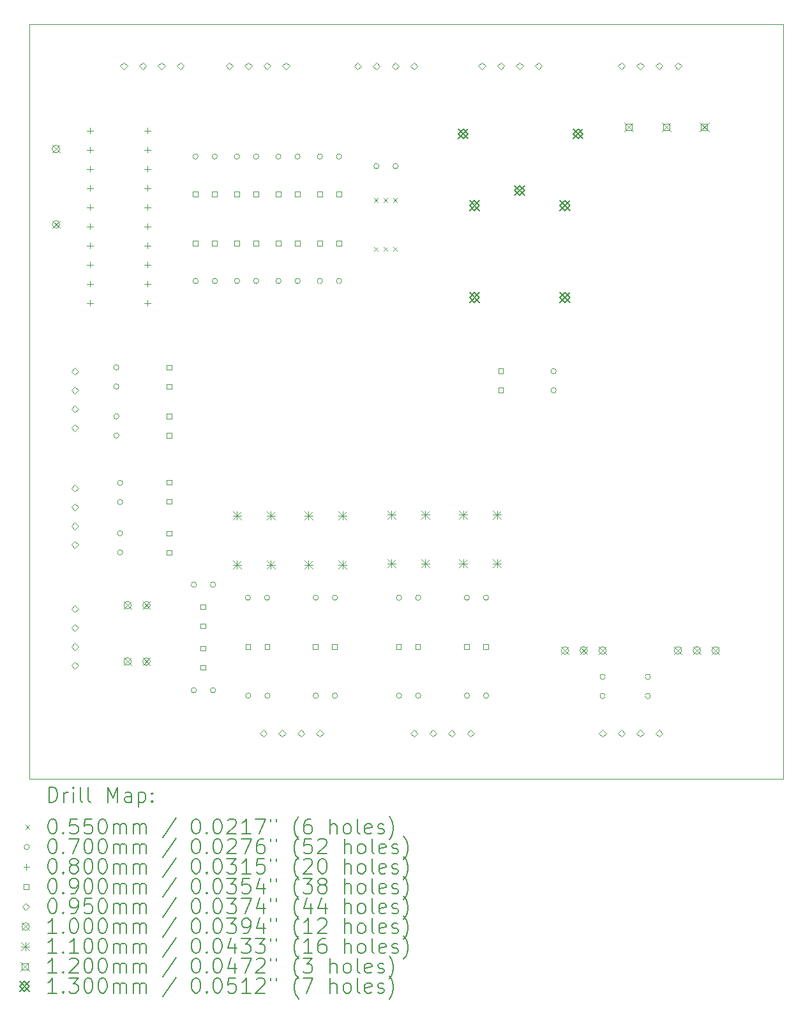
<source format=gbr>
%FSLAX45Y45*%
G04 Gerber Fmt 4.5, Leading zero omitted, Abs format (unit mm)*
G04 Created by KiCad (PCBNEW (6.0.1)) date 2023-03-10 13:55:18*
%MOMM*%
%LPD*%
G01*
G04 APERTURE LIST*
%TA.AperFunction,Profile*%
%ADD10C,0.050000*%
%TD*%
%ADD11C,0.200000*%
%ADD12C,0.055000*%
%ADD13C,0.070000*%
%ADD14C,0.080000*%
%ADD15C,0.090000*%
%ADD16C,0.095000*%
%ADD17C,0.100000*%
%ADD18C,0.110000*%
%ADD19C,0.120000*%
%ADD20C,0.130000*%
G04 APERTURE END LIST*
D10*
X13750000Y-2050000D02*
X3750000Y-2050000D01*
X13750000Y-12050000D02*
X13750000Y-2050000D01*
X3750000Y-12050000D02*
X13750000Y-12050000D01*
X3750000Y-2050000D02*
X3750000Y-12050000D01*
D11*
D12*
X8318500Y-4348750D02*
X8373500Y-4403750D01*
X8373500Y-4348750D02*
X8318500Y-4403750D01*
X8318500Y-4998750D02*
X8373500Y-5053750D01*
X8373500Y-4998750D02*
X8318500Y-5053750D01*
X8445500Y-4348750D02*
X8500500Y-4403750D01*
X8500500Y-4348750D02*
X8445500Y-4403750D01*
X8445500Y-4998750D02*
X8500500Y-5053750D01*
X8500500Y-4998750D02*
X8445500Y-5053750D01*
X8572500Y-4348750D02*
X8627500Y-4403750D01*
X8627500Y-4348750D02*
X8572500Y-4403750D01*
X8572500Y-4998750D02*
X8627500Y-5053750D01*
X8627500Y-4998750D02*
X8572500Y-5053750D01*
D13*
X4935000Y-6596000D02*
G75*
G03*
X4935000Y-6596000I-35000J0D01*
G01*
X4935000Y-6850000D02*
G75*
G03*
X4935000Y-6850000I-35000J0D01*
G01*
X4935000Y-7246000D02*
G75*
G03*
X4935000Y-7246000I-35000J0D01*
G01*
X4935000Y-7500000D02*
G75*
G03*
X4935000Y-7500000I-35000J0D01*
G01*
X4985000Y-8128000D02*
G75*
G03*
X4985000Y-8128000I-35000J0D01*
G01*
X4985000Y-8382000D02*
G75*
G03*
X4985000Y-8382000I-35000J0D01*
G01*
X4985000Y-8796000D02*
G75*
G03*
X4985000Y-8796000I-35000J0D01*
G01*
X4985000Y-9050000D02*
G75*
G03*
X4985000Y-9050000I-35000J0D01*
G01*
X5963000Y-9477500D02*
G75*
G03*
X5963000Y-9477500I-35000J0D01*
G01*
X5963000Y-10877500D02*
G75*
G03*
X5963000Y-10877500I-35000J0D01*
G01*
X5985000Y-3800000D02*
G75*
G03*
X5985000Y-3800000I-35000J0D01*
G01*
X5987500Y-5450000D02*
G75*
G03*
X5987500Y-5450000I-35000J0D01*
G01*
X6217000Y-9477500D02*
G75*
G03*
X6217000Y-9477500I-35000J0D01*
G01*
X6217000Y-10877500D02*
G75*
G03*
X6217000Y-10877500I-35000J0D01*
G01*
X6239000Y-3800000D02*
G75*
G03*
X6239000Y-3800000I-35000J0D01*
G01*
X6241500Y-5450000D02*
G75*
G03*
X6241500Y-5450000I-35000J0D01*
G01*
X6535000Y-3800000D02*
G75*
G03*
X6535000Y-3800000I-35000J0D01*
G01*
X6535000Y-5450000D02*
G75*
G03*
X6535000Y-5450000I-35000J0D01*
G01*
X6681000Y-9650000D02*
G75*
G03*
X6681000Y-9650000I-35000J0D01*
G01*
X6685000Y-10950000D02*
G75*
G03*
X6685000Y-10950000I-35000J0D01*
G01*
X6789000Y-3800000D02*
G75*
G03*
X6789000Y-3800000I-35000J0D01*
G01*
X6789000Y-5450000D02*
G75*
G03*
X6789000Y-5450000I-35000J0D01*
G01*
X6935000Y-9650000D02*
G75*
G03*
X6935000Y-9650000I-35000J0D01*
G01*
X6939000Y-10950000D02*
G75*
G03*
X6939000Y-10950000I-35000J0D01*
G01*
X7085000Y-3800000D02*
G75*
G03*
X7085000Y-3800000I-35000J0D01*
G01*
X7085000Y-5450000D02*
G75*
G03*
X7085000Y-5450000I-35000J0D01*
G01*
X7339000Y-3800000D02*
G75*
G03*
X7339000Y-3800000I-35000J0D01*
G01*
X7339000Y-5450000D02*
G75*
G03*
X7339000Y-5450000I-35000J0D01*
G01*
X7581000Y-9650000D02*
G75*
G03*
X7581000Y-9650000I-35000J0D01*
G01*
X7581000Y-10950000D02*
G75*
G03*
X7581000Y-10950000I-35000J0D01*
G01*
X7635000Y-3800000D02*
G75*
G03*
X7635000Y-3800000I-35000J0D01*
G01*
X7635000Y-5450000D02*
G75*
G03*
X7635000Y-5450000I-35000J0D01*
G01*
X7835000Y-9650000D02*
G75*
G03*
X7835000Y-9650000I-35000J0D01*
G01*
X7835000Y-10950000D02*
G75*
G03*
X7835000Y-10950000I-35000J0D01*
G01*
X7889000Y-3800000D02*
G75*
G03*
X7889000Y-3800000I-35000J0D01*
G01*
X7889000Y-5450000D02*
G75*
G03*
X7889000Y-5450000I-35000J0D01*
G01*
X8385000Y-3926250D02*
G75*
G03*
X8385000Y-3926250I-35000J0D01*
G01*
X8639000Y-3926250D02*
G75*
G03*
X8639000Y-3926250I-35000J0D01*
G01*
X8685000Y-9650000D02*
G75*
G03*
X8685000Y-9650000I-35000J0D01*
G01*
X8685000Y-10950000D02*
G75*
G03*
X8685000Y-10950000I-35000J0D01*
G01*
X8939000Y-9650000D02*
G75*
G03*
X8939000Y-9650000I-35000J0D01*
G01*
X8939000Y-10950000D02*
G75*
G03*
X8939000Y-10950000I-35000J0D01*
G01*
X9585000Y-9650000D02*
G75*
G03*
X9585000Y-9650000I-35000J0D01*
G01*
X9585000Y-10950000D02*
G75*
G03*
X9585000Y-10950000I-35000J0D01*
G01*
X9839000Y-9650000D02*
G75*
G03*
X9839000Y-9650000I-35000J0D01*
G01*
X9839000Y-10950000D02*
G75*
G03*
X9839000Y-10950000I-35000J0D01*
G01*
X10735000Y-6646000D02*
G75*
G03*
X10735000Y-6646000I-35000J0D01*
G01*
X10735000Y-6900000D02*
G75*
G03*
X10735000Y-6900000I-35000J0D01*
G01*
X11385000Y-10700000D02*
G75*
G03*
X11385000Y-10700000I-35000J0D01*
G01*
X11385000Y-10954000D02*
G75*
G03*
X11385000Y-10954000I-35000J0D01*
G01*
X11985000Y-10700000D02*
G75*
G03*
X11985000Y-10700000I-35000J0D01*
G01*
X11985000Y-10954000D02*
G75*
G03*
X11985000Y-10954000I-35000J0D01*
G01*
D14*
X4550000Y-3417500D02*
X4550000Y-3497500D01*
X4510000Y-3457500D02*
X4590000Y-3457500D01*
X4550000Y-3671500D02*
X4550000Y-3751500D01*
X4510000Y-3711500D02*
X4590000Y-3711500D01*
X4550000Y-3925500D02*
X4550000Y-4005500D01*
X4510000Y-3965500D02*
X4590000Y-3965500D01*
X4550000Y-4179500D02*
X4550000Y-4259500D01*
X4510000Y-4219500D02*
X4590000Y-4219500D01*
X4550000Y-4433500D02*
X4550000Y-4513500D01*
X4510000Y-4473500D02*
X4590000Y-4473500D01*
X4550000Y-4687500D02*
X4550000Y-4767500D01*
X4510000Y-4727500D02*
X4590000Y-4727500D01*
X4550000Y-4941500D02*
X4550000Y-5021500D01*
X4510000Y-4981500D02*
X4590000Y-4981500D01*
X4550000Y-5195500D02*
X4550000Y-5275500D01*
X4510000Y-5235500D02*
X4590000Y-5235500D01*
X4550000Y-5449500D02*
X4550000Y-5529500D01*
X4510000Y-5489500D02*
X4590000Y-5489500D01*
X4550000Y-5703500D02*
X4550000Y-5783500D01*
X4510000Y-5743500D02*
X4590000Y-5743500D01*
X5312000Y-3417500D02*
X5312000Y-3497500D01*
X5272000Y-3457500D02*
X5352000Y-3457500D01*
X5312000Y-3671500D02*
X5312000Y-3751500D01*
X5272000Y-3711500D02*
X5352000Y-3711500D01*
X5312000Y-3925500D02*
X5312000Y-4005500D01*
X5272000Y-3965500D02*
X5352000Y-3965500D01*
X5312000Y-4179500D02*
X5312000Y-4259500D01*
X5272000Y-4219500D02*
X5352000Y-4219500D01*
X5312000Y-4433500D02*
X5312000Y-4513500D01*
X5272000Y-4473500D02*
X5352000Y-4473500D01*
X5312000Y-4687500D02*
X5312000Y-4767500D01*
X5272000Y-4727500D02*
X5352000Y-4727500D01*
X5312000Y-4941500D02*
X5312000Y-5021500D01*
X5272000Y-4981500D02*
X5352000Y-4981500D01*
X5312000Y-5195500D02*
X5312000Y-5275500D01*
X5272000Y-5235500D02*
X5352000Y-5235500D01*
X5312000Y-5449500D02*
X5312000Y-5529500D01*
X5272000Y-5489500D02*
X5352000Y-5489500D01*
X5312000Y-5703500D02*
X5312000Y-5783500D01*
X5272000Y-5743500D02*
X5352000Y-5743500D01*
D15*
X5631820Y-6627820D02*
X5631820Y-6564180D01*
X5568180Y-6564180D01*
X5568180Y-6627820D01*
X5631820Y-6627820D01*
X5631820Y-6881820D02*
X5631820Y-6818180D01*
X5568180Y-6818180D01*
X5568180Y-6881820D01*
X5631820Y-6881820D01*
X5631820Y-7277820D02*
X5631820Y-7214180D01*
X5568180Y-7214180D01*
X5568180Y-7277820D01*
X5631820Y-7277820D01*
X5631820Y-7531820D02*
X5631820Y-7468180D01*
X5568180Y-7468180D01*
X5568180Y-7531820D01*
X5631820Y-7531820D01*
X5631820Y-8154320D02*
X5631820Y-8090680D01*
X5568180Y-8090680D01*
X5568180Y-8154320D01*
X5631820Y-8154320D01*
X5631820Y-8408320D02*
X5631820Y-8344680D01*
X5568180Y-8344680D01*
X5568180Y-8408320D01*
X5631820Y-8408320D01*
X5631820Y-8827820D02*
X5631820Y-8764180D01*
X5568180Y-8764180D01*
X5568180Y-8827820D01*
X5631820Y-8827820D01*
X5631820Y-9081820D02*
X5631820Y-9018180D01*
X5568180Y-9018180D01*
X5568180Y-9081820D01*
X5631820Y-9081820D01*
X5981820Y-4331820D02*
X5981820Y-4268180D01*
X5918180Y-4268180D01*
X5918180Y-4331820D01*
X5981820Y-4331820D01*
X5981820Y-4981820D02*
X5981820Y-4918180D01*
X5918180Y-4918180D01*
X5918180Y-4981820D01*
X5981820Y-4981820D01*
X6081820Y-9805320D02*
X6081820Y-9741680D01*
X6018180Y-9741680D01*
X6018180Y-9805320D01*
X6081820Y-9805320D01*
X6081820Y-10059320D02*
X6081820Y-9995680D01*
X6018180Y-9995680D01*
X6018180Y-10059320D01*
X6081820Y-10059320D01*
X6081820Y-10355320D02*
X6081820Y-10291680D01*
X6018180Y-10291680D01*
X6018180Y-10355320D01*
X6081820Y-10355320D01*
X6081820Y-10609320D02*
X6081820Y-10545680D01*
X6018180Y-10545680D01*
X6018180Y-10609320D01*
X6081820Y-10609320D01*
X6235820Y-4331820D02*
X6235820Y-4268180D01*
X6172180Y-4268180D01*
X6172180Y-4331820D01*
X6235820Y-4331820D01*
X6235820Y-4981820D02*
X6235820Y-4918180D01*
X6172180Y-4918180D01*
X6172180Y-4981820D01*
X6235820Y-4981820D01*
X6531820Y-4331820D02*
X6531820Y-4268180D01*
X6468180Y-4268180D01*
X6468180Y-4331820D01*
X6531820Y-4331820D01*
X6531820Y-4981820D02*
X6531820Y-4918180D01*
X6468180Y-4918180D01*
X6468180Y-4981820D01*
X6531820Y-4981820D01*
X6677820Y-10331820D02*
X6677820Y-10268180D01*
X6614180Y-10268180D01*
X6614180Y-10331820D01*
X6677820Y-10331820D01*
X6785820Y-4331820D02*
X6785820Y-4268180D01*
X6722180Y-4268180D01*
X6722180Y-4331820D01*
X6785820Y-4331820D01*
X6785820Y-4981820D02*
X6785820Y-4918180D01*
X6722180Y-4918180D01*
X6722180Y-4981820D01*
X6785820Y-4981820D01*
X6931820Y-10331820D02*
X6931820Y-10268180D01*
X6868180Y-10268180D01*
X6868180Y-10331820D01*
X6931820Y-10331820D01*
X7081820Y-4331820D02*
X7081820Y-4268180D01*
X7018180Y-4268180D01*
X7018180Y-4331820D01*
X7081820Y-4331820D01*
X7081820Y-4981820D02*
X7081820Y-4918180D01*
X7018180Y-4918180D01*
X7018180Y-4981820D01*
X7081820Y-4981820D01*
X7335820Y-4331820D02*
X7335820Y-4268180D01*
X7272180Y-4268180D01*
X7272180Y-4331820D01*
X7335820Y-4331820D01*
X7335820Y-4981820D02*
X7335820Y-4918180D01*
X7272180Y-4918180D01*
X7272180Y-4981820D01*
X7335820Y-4981820D01*
X7573820Y-10331820D02*
X7573820Y-10268180D01*
X7510180Y-10268180D01*
X7510180Y-10331820D01*
X7573820Y-10331820D01*
X7631820Y-4331820D02*
X7631820Y-4268180D01*
X7568180Y-4268180D01*
X7568180Y-4331820D01*
X7631820Y-4331820D01*
X7631820Y-4981820D02*
X7631820Y-4918180D01*
X7568180Y-4918180D01*
X7568180Y-4981820D01*
X7631820Y-4981820D01*
X7827820Y-10331820D02*
X7827820Y-10268180D01*
X7764180Y-10268180D01*
X7764180Y-10331820D01*
X7827820Y-10331820D01*
X7885820Y-4331820D02*
X7885820Y-4268180D01*
X7822180Y-4268180D01*
X7822180Y-4331820D01*
X7885820Y-4331820D01*
X7885820Y-4981820D02*
X7885820Y-4918180D01*
X7822180Y-4918180D01*
X7822180Y-4981820D01*
X7885820Y-4981820D01*
X8677820Y-10331820D02*
X8677820Y-10268180D01*
X8614180Y-10268180D01*
X8614180Y-10331820D01*
X8677820Y-10331820D01*
X8931820Y-10331820D02*
X8931820Y-10268180D01*
X8868180Y-10268180D01*
X8868180Y-10331820D01*
X8931820Y-10331820D01*
X9577820Y-10331820D02*
X9577820Y-10268180D01*
X9514180Y-10268180D01*
X9514180Y-10331820D01*
X9577820Y-10331820D01*
X9831820Y-10331820D02*
X9831820Y-10268180D01*
X9768180Y-10268180D01*
X9768180Y-10331820D01*
X9831820Y-10331820D01*
X10031820Y-6673820D02*
X10031820Y-6610180D01*
X9968180Y-6610180D01*
X9968180Y-6673820D01*
X10031820Y-6673820D01*
X10031820Y-6927820D02*
X10031820Y-6864180D01*
X9968180Y-6864180D01*
X9968180Y-6927820D01*
X10031820Y-6927820D01*
D16*
X4350000Y-6697500D02*
X4397500Y-6650000D01*
X4350000Y-6602500D01*
X4302500Y-6650000D01*
X4350000Y-6697500D01*
X4350000Y-6947500D02*
X4397500Y-6900000D01*
X4350000Y-6852500D01*
X4302500Y-6900000D01*
X4350000Y-6947500D01*
X4350000Y-7197500D02*
X4397500Y-7150000D01*
X4350000Y-7102500D01*
X4302500Y-7150000D01*
X4350000Y-7197500D01*
X4350000Y-7447500D02*
X4397500Y-7400000D01*
X4350000Y-7352500D01*
X4302500Y-7400000D01*
X4350000Y-7447500D01*
X4350000Y-8247500D02*
X4397500Y-8200000D01*
X4350000Y-8152500D01*
X4302500Y-8200000D01*
X4350000Y-8247500D01*
X4350000Y-8497500D02*
X4397500Y-8450000D01*
X4350000Y-8402500D01*
X4302500Y-8450000D01*
X4350000Y-8497500D01*
X4350000Y-8747500D02*
X4397500Y-8700000D01*
X4350000Y-8652500D01*
X4302500Y-8700000D01*
X4350000Y-8747500D01*
X4350000Y-8997500D02*
X4397500Y-8950000D01*
X4350000Y-8902500D01*
X4302500Y-8950000D01*
X4350000Y-8997500D01*
X4350000Y-9847500D02*
X4397500Y-9800000D01*
X4350000Y-9752500D01*
X4302500Y-9800000D01*
X4350000Y-9847500D01*
X4350000Y-10097500D02*
X4397500Y-10050000D01*
X4350000Y-10002500D01*
X4302500Y-10050000D01*
X4350000Y-10097500D01*
X4350000Y-10347500D02*
X4397500Y-10300000D01*
X4350000Y-10252500D01*
X4302500Y-10300000D01*
X4350000Y-10347500D01*
X4350000Y-10597500D02*
X4397500Y-10550000D01*
X4350000Y-10502500D01*
X4302500Y-10550000D01*
X4350000Y-10597500D01*
X5000000Y-2645400D02*
X5047500Y-2597900D01*
X5000000Y-2550400D01*
X4952500Y-2597900D01*
X5000000Y-2645400D01*
X5250000Y-2645400D02*
X5297500Y-2597900D01*
X5250000Y-2550400D01*
X5202500Y-2597900D01*
X5250000Y-2645400D01*
X5500000Y-2645400D02*
X5547500Y-2597900D01*
X5500000Y-2550400D01*
X5452500Y-2597900D01*
X5500000Y-2645400D01*
X5750000Y-2645400D02*
X5797500Y-2597900D01*
X5750000Y-2550400D01*
X5702500Y-2597900D01*
X5750000Y-2645400D01*
X6400000Y-2645400D02*
X6447500Y-2597900D01*
X6400000Y-2550400D01*
X6352500Y-2597900D01*
X6400000Y-2645400D01*
X6650000Y-2645400D02*
X6697500Y-2597900D01*
X6650000Y-2550400D01*
X6602500Y-2597900D01*
X6650000Y-2645400D01*
X6850000Y-11497500D02*
X6897500Y-11450000D01*
X6850000Y-11402500D01*
X6802500Y-11450000D01*
X6850000Y-11497500D01*
X6900000Y-2645400D02*
X6947500Y-2597900D01*
X6900000Y-2550400D01*
X6852500Y-2597900D01*
X6900000Y-2645400D01*
X7100000Y-11497500D02*
X7147500Y-11450000D01*
X7100000Y-11402500D01*
X7052500Y-11450000D01*
X7100000Y-11497500D01*
X7150000Y-2645400D02*
X7197500Y-2597900D01*
X7150000Y-2550400D01*
X7102500Y-2597900D01*
X7150000Y-2645400D01*
X7350000Y-11497500D02*
X7397500Y-11450000D01*
X7350000Y-11402500D01*
X7302500Y-11450000D01*
X7350000Y-11497500D01*
X7600000Y-11497500D02*
X7647500Y-11450000D01*
X7600000Y-11402500D01*
X7552500Y-11450000D01*
X7600000Y-11497500D01*
X8100000Y-2650000D02*
X8147500Y-2602500D01*
X8100000Y-2555000D01*
X8052500Y-2602500D01*
X8100000Y-2650000D01*
X8350000Y-2650000D02*
X8397500Y-2602500D01*
X8350000Y-2555000D01*
X8302500Y-2602500D01*
X8350000Y-2650000D01*
X8600000Y-2650000D02*
X8647500Y-2602500D01*
X8600000Y-2555000D01*
X8552500Y-2602500D01*
X8600000Y-2650000D01*
X8850000Y-2650000D02*
X8897500Y-2602500D01*
X8850000Y-2555000D01*
X8802500Y-2602500D01*
X8850000Y-2650000D01*
X8850000Y-11497500D02*
X8897500Y-11450000D01*
X8850000Y-11402500D01*
X8802500Y-11450000D01*
X8850000Y-11497500D01*
X9100000Y-11497500D02*
X9147500Y-11450000D01*
X9100000Y-11402500D01*
X9052500Y-11450000D01*
X9100000Y-11497500D01*
X9350000Y-11497500D02*
X9397500Y-11450000D01*
X9350000Y-11402500D01*
X9302500Y-11450000D01*
X9350000Y-11497500D01*
X9600000Y-11497500D02*
X9647500Y-11450000D01*
X9600000Y-11402500D01*
X9552500Y-11450000D01*
X9600000Y-11497500D01*
X9750000Y-2647500D02*
X9797500Y-2600000D01*
X9750000Y-2552500D01*
X9702500Y-2600000D01*
X9750000Y-2647500D01*
X10000000Y-2647500D02*
X10047500Y-2600000D01*
X10000000Y-2552500D01*
X9952500Y-2600000D01*
X10000000Y-2647500D01*
X10250000Y-2647500D02*
X10297500Y-2600000D01*
X10250000Y-2552500D01*
X10202500Y-2600000D01*
X10250000Y-2647500D01*
X10500000Y-2647500D02*
X10547500Y-2600000D01*
X10500000Y-2552500D01*
X10452500Y-2600000D01*
X10500000Y-2647500D01*
X11350000Y-11497500D02*
X11397500Y-11450000D01*
X11350000Y-11402500D01*
X11302500Y-11450000D01*
X11350000Y-11497500D01*
X11600000Y-2647500D02*
X11647500Y-2600000D01*
X11600000Y-2552500D01*
X11552500Y-2600000D01*
X11600000Y-2647500D01*
X11600000Y-11497500D02*
X11647500Y-11450000D01*
X11600000Y-11402500D01*
X11552500Y-11450000D01*
X11600000Y-11497500D01*
X11850000Y-2647500D02*
X11897500Y-2600000D01*
X11850000Y-2552500D01*
X11802500Y-2600000D01*
X11850000Y-2647500D01*
X11850000Y-11497500D02*
X11897500Y-11450000D01*
X11850000Y-11402500D01*
X11802500Y-11450000D01*
X11850000Y-11497500D01*
X12100000Y-2647500D02*
X12147500Y-2600000D01*
X12100000Y-2552500D01*
X12052500Y-2600000D01*
X12100000Y-2647500D01*
X12100000Y-11497500D02*
X12147500Y-11450000D01*
X12100000Y-11402500D01*
X12052500Y-11450000D01*
X12100000Y-11497500D01*
X12350000Y-2647500D02*
X12397500Y-2600000D01*
X12350000Y-2552500D01*
X12302500Y-2600000D01*
X12350000Y-2647500D01*
D17*
X4050000Y-3650000D02*
X4150000Y-3750000D01*
X4150000Y-3650000D02*
X4050000Y-3750000D01*
X4150000Y-3700000D02*
G75*
G03*
X4150000Y-3700000I-50000J0D01*
G01*
X4050000Y-4650000D02*
X4150000Y-4750000D01*
X4150000Y-4650000D02*
X4050000Y-4750000D01*
X4150000Y-4700000D02*
G75*
G03*
X4150000Y-4700000I-50000J0D01*
G01*
X5000000Y-9700000D02*
X5100000Y-9800000D01*
X5100000Y-9700000D02*
X5000000Y-9800000D01*
X5100000Y-9750000D02*
G75*
G03*
X5100000Y-9750000I-50000J0D01*
G01*
X5000000Y-10447500D02*
X5100000Y-10547500D01*
X5100000Y-10447500D02*
X5000000Y-10547500D01*
X5100000Y-10497500D02*
G75*
G03*
X5100000Y-10497500I-50000J0D01*
G01*
X5250000Y-9700000D02*
X5350000Y-9800000D01*
X5350000Y-9700000D02*
X5250000Y-9800000D01*
X5350000Y-9750000D02*
G75*
G03*
X5350000Y-9750000I-50000J0D01*
G01*
X5250000Y-10447500D02*
X5350000Y-10547500D01*
X5350000Y-10447500D02*
X5250000Y-10547500D01*
X5350000Y-10497500D02*
G75*
G03*
X5350000Y-10497500I-50000J0D01*
G01*
X10800000Y-10300000D02*
X10900000Y-10400000D01*
X10900000Y-10300000D02*
X10800000Y-10400000D01*
X10900000Y-10350000D02*
G75*
G03*
X10900000Y-10350000I-50000J0D01*
G01*
X11050000Y-10300000D02*
X11150000Y-10400000D01*
X11150000Y-10300000D02*
X11050000Y-10400000D01*
X11150000Y-10350000D02*
G75*
G03*
X11150000Y-10350000I-50000J0D01*
G01*
X11300000Y-10300000D02*
X11400000Y-10400000D01*
X11400000Y-10300000D02*
X11300000Y-10400000D01*
X11400000Y-10350000D02*
G75*
G03*
X11400000Y-10350000I-50000J0D01*
G01*
X12300000Y-10300000D02*
X12400000Y-10400000D01*
X12400000Y-10300000D02*
X12300000Y-10400000D01*
X12400000Y-10350000D02*
G75*
G03*
X12400000Y-10350000I-50000J0D01*
G01*
X12550000Y-10300000D02*
X12650000Y-10400000D01*
X12650000Y-10300000D02*
X12550000Y-10400000D01*
X12650000Y-10350000D02*
G75*
G03*
X12650000Y-10350000I-50000J0D01*
G01*
X12800000Y-10300000D02*
X12900000Y-10400000D01*
X12900000Y-10300000D02*
X12800000Y-10400000D01*
X12900000Y-10350000D02*
G75*
G03*
X12900000Y-10350000I-50000J0D01*
G01*
D18*
X6445000Y-8509600D02*
X6555000Y-8619600D01*
X6555000Y-8509600D02*
X6445000Y-8619600D01*
X6500000Y-8509600D02*
X6500000Y-8619600D01*
X6445000Y-8564600D02*
X6555000Y-8564600D01*
X6445000Y-9159600D02*
X6555000Y-9269600D01*
X6555000Y-9159600D02*
X6445000Y-9269600D01*
X6500000Y-9159600D02*
X6500000Y-9269600D01*
X6445000Y-9214600D02*
X6555000Y-9214600D01*
X6895000Y-8509600D02*
X7005000Y-8619600D01*
X7005000Y-8509600D02*
X6895000Y-8619600D01*
X6950000Y-8509600D02*
X6950000Y-8619600D01*
X6895000Y-8564600D02*
X7005000Y-8564600D01*
X6895000Y-9159600D02*
X7005000Y-9269600D01*
X7005000Y-9159600D02*
X6895000Y-9269600D01*
X6950000Y-9159600D02*
X6950000Y-9269600D01*
X6895000Y-9214600D02*
X7005000Y-9214600D01*
X7395000Y-8509600D02*
X7505000Y-8619600D01*
X7505000Y-8509600D02*
X7395000Y-8619600D01*
X7450000Y-8509600D02*
X7450000Y-8619600D01*
X7395000Y-8564600D02*
X7505000Y-8564600D01*
X7395000Y-9159600D02*
X7505000Y-9269600D01*
X7505000Y-9159600D02*
X7395000Y-9269600D01*
X7450000Y-9159600D02*
X7450000Y-9269600D01*
X7395000Y-9214600D02*
X7505000Y-9214600D01*
X7845000Y-8509600D02*
X7955000Y-8619600D01*
X7955000Y-8509600D02*
X7845000Y-8619600D01*
X7900000Y-8509600D02*
X7900000Y-8619600D01*
X7845000Y-8564600D02*
X7955000Y-8564600D01*
X7845000Y-9159600D02*
X7955000Y-9269600D01*
X7955000Y-9159600D02*
X7845000Y-9269600D01*
X7900000Y-9159600D02*
X7900000Y-9269600D01*
X7845000Y-9214600D02*
X7955000Y-9214600D01*
X8495000Y-8495000D02*
X8605000Y-8605000D01*
X8605000Y-8495000D02*
X8495000Y-8605000D01*
X8550000Y-8495000D02*
X8550000Y-8605000D01*
X8495000Y-8550000D02*
X8605000Y-8550000D01*
X8495000Y-9145000D02*
X8605000Y-9255000D01*
X8605000Y-9145000D02*
X8495000Y-9255000D01*
X8550000Y-9145000D02*
X8550000Y-9255000D01*
X8495000Y-9200000D02*
X8605000Y-9200000D01*
X8945000Y-8495000D02*
X9055000Y-8605000D01*
X9055000Y-8495000D02*
X8945000Y-8605000D01*
X9000000Y-8495000D02*
X9000000Y-8605000D01*
X8945000Y-8550000D02*
X9055000Y-8550000D01*
X8945000Y-9145000D02*
X9055000Y-9255000D01*
X9055000Y-9145000D02*
X8945000Y-9255000D01*
X9000000Y-9145000D02*
X9000000Y-9255000D01*
X8945000Y-9200000D02*
X9055000Y-9200000D01*
X9445000Y-8495000D02*
X9555000Y-8605000D01*
X9555000Y-8495000D02*
X9445000Y-8605000D01*
X9500000Y-8495000D02*
X9500000Y-8605000D01*
X9445000Y-8550000D02*
X9555000Y-8550000D01*
X9445000Y-9145000D02*
X9555000Y-9255000D01*
X9555000Y-9145000D02*
X9445000Y-9255000D01*
X9500000Y-9145000D02*
X9500000Y-9255000D01*
X9445000Y-9200000D02*
X9555000Y-9200000D01*
X9895000Y-8495000D02*
X10005000Y-8605000D01*
X10005000Y-8495000D02*
X9895000Y-8605000D01*
X9950000Y-8495000D02*
X9950000Y-8605000D01*
X9895000Y-8550000D02*
X10005000Y-8550000D01*
X9895000Y-9145000D02*
X10005000Y-9255000D01*
X10005000Y-9145000D02*
X9895000Y-9255000D01*
X9950000Y-9145000D02*
X9950000Y-9255000D01*
X9895000Y-9200000D02*
X10005000Y-9200000D01*
D19*
X11640000Y-3350000D02*
X11760000Y-3470000D01*
X11760000Y-3350000D02*
X11640000Y-3470000D01*
X11742427Y-3452427D02*
X11742427Y-3367573D01*
X11657573Y-3367573D01*
X11657573Y-3452427D01*
X11742427Y-3452427D01*
X12140000Y-3350000D02*
X12260000Y-3470000D01*
X12260000Y-3350000D02*
X12140000Y-3470000D01*
X12242427Y-3452427D02*
X12242427Y-3367573D01*
X12157573Y-3367573D01*
X12157573Y-3452427D01*
X12242427Y-3452427D01*
X12640000Y-3350000D02*
X12760000Y-3470000D01*
X12760000Y-3350000D02*
X12640000Y-3470000D01*
X12742427Y-3452427D02*
X12742427Y-3367573D01*
X12657573Y-3367573D01*
X12657573Y-3452427D01*
X12742427Y-3452427D01*
D20*
X9436500Y-3435000D02*
X9566500Y-3565000D01*
X9566500Y-3435000D02*
X9436500Y-3565000D01*
X9501500Y-3565000D02*
X9566500Y-3500000D01*
X9501500Y-3435000D01*
X9436500Y-3500000D01*
X9501500Y-3565000D01*
X9585000Y-4385000D02*
X9715000Y-4515000D01*
X9715000Y-4385000D02*
X9585000Y-4515000D01*
X9650000Y-4515000D02*
X9715000Y-4450000D01*
X9650000Y-4385000D01*
X9585000Y-4450000D01*
X9650000Y-4515000D01*
X9585000Y-5605000D02*
X9715000Y-5735000D01*
X9715000Y-5605000D02*
X9585000Y-5735000D01*
X9650000Y-5735000D02*
X9715000Y-5670000D01*
X9650000Y-5605000D01*
X9585000Y-5670000D01*
X9650000Y-5735000D01*
X10185000Y-4185000D02*
X10315000Y-4315000D01*
X10315000Y-4185000D02*
X10185000Y-4315000D01*
X10250000Y-4315000D02*
X10315000Y-4250000D01*
X10250000Y-4185000D01*
X10185000Y-4250000D01*
X10250000Y-4315000D01*
X10785000Y-4385000D02*
X10915000Y-4515000D01*
X10915000Y-4385000D02*
X10785000Y-4515000D01*
X10850000Y-4515000D02*
X10915000Y-4450000D01*
X10850000Y-4385000D01*
X10785000Y-4450000D01*
X10850000Y-4515000D01*
X10785000Y-5605000D02*
X10915000Y-5735000D01*
X10915000Y-5605000D02*
X10785000Y-5735000D01*
X10850000Y-5735000D02*
X10915000Y-5670000D01*
X10850000Y-5605000D01*
X10785000Y-5670000D01*
X10850000Y-5735000D01*
X10960500Y-3435000D02*
X11090500Y-3565000D01*
X11090500Y-3435000D02*
X10960500Y-3565000D01*
X11025500Y-3565000D02*
X11090500Y-3500000D01*
X11025500Y-3435000D01*
X10960500Y-3500000D01*
X11025500Y-3565000D01*
D11*
X4005119Y-12362976D02*
X4005119Y-12162976D01*
X4052738Y-12162976D01*
X4081309Y-12172500D01*
X4100357Y-12191548D01*
X4109881Y-12210595D01*
X4119405Y-12248690D01*
X4119405Y-12277262D01*
X4109881Y-12315357D01*
X4100357Y-12334405D01*
X4081309Y-12353452D01*
X4052738Y-12362976D01*
X4005119Y-12362976D01*
X4205119Y-12362976D02*
X4205119Y-12229643D01*
X4205119Y-12267738D02*
X4214643Y-12248690D01*
X4224167Y-12239167D01*
X4243214Y-12229643D01*
X4262262Y-12229643D01*
X4328929Y-12362976D02*
X4328929Y-12229643D01*
X4328929Y-12162976D02*
X4319405Y-12172500D01*
X4328929Y-12182024D01*
X4338452Y-12172500D01*
X4328929Y-12162976D01*
X4328929Y-12182024D01*
X4452738Y-12362976D02*
X4433690Y-12353452D01*
X4424167Y-12334405D01*
X4424167Y-12162976D01*
X4557500Y-12362976D02*
X4538452Y-12353452D01*
X4528929Y-12334405D01*
X4528929Y-12162976D01*
X4786071Y-12362976D02*
X4786071Y-12162976D01*
X4852738Y-12305833D01*
X4919405Y-12162976D01*
X4919405Y-12362976D01*
X5100357Y-12362976D02*
X5100357Y-12258214D01*
X5090833Y-12239167D01*
X5071786Y-12229643D01*
X5033690Y-12229643D01*
X5014643Y-12239167D01*
X5100357Y-12353452D02*
X5081310Y-12362976D01*
X5033690Y-12362976D01*
X5014643Y-12353452D01*
X5005119Y-12334405D01*
X5005119Y-12315357D01*
X5014643Y-12296309D01*
X5033690Y-12286786D01*
X5081310Y-12286786D01*
X5100357Y-12277262D01*
X5195595Y-12229643D02*
X5195595Y-12429643D01*
X5195595Y-12239167D02*
X5214643Y-12229643D01*
X5252738Y-12229643D01*
X5271786Y-12239167D01*
X5281310Y-12248690D01*
X5290833Y-12267738D01*
X5290833Y-12324881D01*
X5281310Y-12343928D01*
X5271786Y-12353452D01*
X5252738Y-12362976D01*
X5214643Y-12362976D01*
X5195595Y-12353452D01*
X5376548Y-12343928D02*
X5386071Y-12353452D01*
X5376548Y-12362976D01*
X5367024Y-12353452D01*
X5376548Y-12343928D01*
X5376548Y-12362976D01*
X5376548Y-12239167D02*
X5386071Y-12248690D01*
X5376548Y-12258214D01*
X5367024Y-12248690D01*
X5376548Y-12239167D01*
X5376548Y-12258214D01*
D12*
X3692500Y-12665000D02*
X3747500Y-12720000D01*
X3747500Y-12665000D02*
X3692500Y-12720000D01*
D11*
X4043214Y-12582976D02*
X4062262Y-12582976D01*
X4081309Y-12592500D01*
X4090833Y-12602024D01*
X4100357Y-12621071D01*
X4109881Y-12659167D01*
X4109881Y-12706786D01*
X4100357Y-12744881D01*
X4090833Y-12763928D01*
X4081309Y-12773452D01*
X4062262Y-12782976D01*
X4043214Y-12782976D01*
X4024167Y-12773452D01*
X4014643Y-12763928D01*
X4005119Y-12744881D01*
X3995595Y-12706786D01*
X3995595Y-12659167D01*
X4005119Y-12621071D01*
X4014643Y-12602024D01*
X4024167Y-12592500D01*
X4043214Y-12582976D01*
X4195595Y-12763928D02*
X4205119Y-12773452D01*
X4195595Y-12782976D01*
X4186071Y-12773452D01*
X4195595Y-12763928D01*
X4195595Y-12782976D01*
X4386071Y-12582976D02*
X4290833Y-12582976D01*
X4281310Y-12678214D01*
X4290833Y-12668690D01*
X4309881Y-12659167D01*
X4357500Y-12659167D01*
X4376548Y-12668690D01*
X4386071Y-12678214D01*
X4395595Y-12697262D01*
X4395595Y-12744881D01*
X4386071Y-12763928D01*
X4376548Y-12773452D01*
X4357500Y-12782976D01*
X4309881Y-12782976D01*
X4290833Y-12773452D01*
X4281310Y-12763928D01*
X4576548Y-12582976D02*
X4481310Y-12582976D01*
X4471786Y-12678214D01*
X4481310Y-12668690D01*
X4500357Y-12659167D01*
X4547976Y-12659167D01*
X4567024Y-12668690D01*
X4576548Y-12678214D01*
X4586071Y-12697262D01*
X4586071Y-12744881D01*
X4576548Y-12763928D01*
X4567024Y-12773452D01*
X4547976Y-12782976D01*
X4500357Y-12782976D01*
X4481310Y-12773452D01*
X4471786Y-12763928D01*
X4709881Y-12582976D02*
X4728929Y-12582976D01*
X4747976Y-12592500D01*
X4757500Y-12602024D01*
X4767024Y-12621071D01*
X4776548Y-12659167D01*
X4776548Y-12706786D01*
X4767024Y-12744881D01*
X4757500Y-12763928D01*
X4747976Y-12773452D01*
X4728929Y-12782976D01*
X4709881Y-12782976D01*
X4690833Y-12773452D01*
X4681310Y-12763928D01*
X4671786Y-12744881D01*
X4662262Y-12706786D01*
X4662262Y-12659167D01*
X4671786Y-12621071D01*
X4681310Y-12602024D01*
X4690833Y-12592500D01*
X4709881Y-12582976D01*
X4862262Y-12782976D02*
X4862262Y-12649643D01*
X4862262Y-12668690D02*
X4871786Y-12659167D01*
X4890833Y-12649643D01*
X4919405Y-12649643D01*
X4938452Y-12659167D01*
X4947976Y-12678214D01*
X4947976Y-12782976D01*
X4947976Y-12678214D02*
X4957500Y-12659167D01*
X4976548Y-12649643D01*
X5005119Y-12649643D01*
X5024167Y-12659167D01*
X5033690Y-12678214D01*
X5033690Y-12782976D01*
X5128929Y-12782976D02*
X5128929Y-12649643D01*
X5128929Y-12668690D02*
X5138452Y-12659167D01*
X5157500Y-12649643D01*
X5186071Y-12649643D01*
X5205119Y-12659167D01*
X5214643Y-12678214D01*
X5214643Y-12782976D01*
X5214643Y-12678214D02*
X5224167Y-12659167D01*
X5243214Y-12649643D01*
X5271786Y-12649643D01*
X5290833Y-12659167D01*
X5300357Y-12678214D01*
X5300357Y-12782976D01*
X5690833Y-12573452D02*
X5519405Y-12830595D01*
X5947976Y-12582976D02*
X5967024Y-12582976D01*
X5986071Y-12592500D01*
X5995595Y-12602024D01*
X6005119Y-12621071D01*
X6014643Y-12659167D01*
X6014643Y-12706786D01*
X6005119Y-12744881D01*
X5995595Y-12763928D01*
X5986071Y-12773452D01*
X5967024Y-12782976D01*
X5947976Y-12782976D01*
X5928928Y-12773452D01*
X5919405Y-12763928D01*
X5909881Y-12744881D01*
X5900357Y-12706786D01*
X5900357Y-12659167D01*
X5909881Y-12621071D01*
X5919405Y-12602024D01*
X5928928Y-12592500D01*
X5947976Y-12582976D01*
X6100357Y-12763928D02*
X6109881Y-12773452D01*
X6100357Y-12782976D01*
X6090833Y-12773452D01*
X6100357Y-12763928D01*
X6100357Y-12782976D01*
X6233690Y-12582976D02*
X6252738Y-12582976D01*
X6271786Y-12592500D01*
X6281309Y-12602024D01*
X6290833Y-12621071D01*
X6300357Y-12659167D01*
X6300357Y-12706786D01*
X6290833Y-12744881D01*
X6281309Y-12763928D01*
X6271786Y-12773452D01*
X6252738Y-12782976D01*
X6233690Y-12782976D01*
X6214643Y-12773452D01*
X6205119Y-12763928D01*
X6195595Y-12744881D01*
X6186071Y-12706786D01*
X6186071Y-12659167D01*
X6195595Y-12621071D01*
X6205119Y-12602024D01*
X6214643Y-12592500D01*
X6233690Y-12582976D01*
X6376548Y-12602024D02*
X6386071Y-12592500D01*
X6405119Y-12582976D01*
X6452738Y-12582976D01*
X6471786Y-12592500D01*
X6481309Y-12602024D01*
X6490833Y-12621071D01*
X6490833Y-12640119D01*
X6481309Y-12668690D01*
X6367024Y-12782976D01*
X6490833Y-12782976D01*
X6681309Y-12782976D02*
X6567024Y-12782976D01*
X6624167Y-12782976D02*
X6624167Y-12582976D01*
X6605119Y-12611548D01*
X6586071Y-12630595D01*
X6567024Y-12640119D01*
X6747976Y-12582976D02*
X6881309Y-12582976D01*
X6795595Y-12782976D01*
X6947976Y-12582976D02*
X6947976Y-12621071D01*
X7024167Y-12582976D02*
X7024167Y-12621071D01*
X7319405Y-12859167D02*
X7309881Y-12849643D01*
X7290833Y-12821071D01*
X7281309Y-12802024D01*
X7271786Y-12773452D01*
X7262262Y-12725833D01*
X7262262Y-12687738D01*
X7271786Y-12640119D01*
X7281309Y-12611548D01*
X7290833Y-12592500D01*
X7309881Y-12563928D01*
X7319405Y-12554405D01*
X7481309Y-12582976D02*
X7443214Y-12582976D01*
X7424167Y-12592500D01*
X7414643Y-12602024D01*
X7395595Y-12630595D01*
X7386071Y-12668690D01*
X7386071Y-12744881D01*
X7395595Y-12763928D01*
X7405119Y-12773452D01*
X7424167Y-12782976D01*
X7462262Y-12782976D01*
X7481309Y-12773452D01*
X7490833Y-12763928D01*
X7500357Y-12744881D01*
X7500357Y-12697262D01*
X7490833Y-12678214D01*
X7481309Y-12668690D01*
X7462262Y-12659167D01*
X7424167Y-12659167D01*
X7405119Y-12668690D01*
X7395595Y-12678214D01*
X7386071Y-12697262D01*
X7738452Y-12782976D02*
X7738452Y-12582976D01*
X7824167Y-12782976D02*
X7824167Y-12678214D01*
X7814643Y-12659167D01*
X7795595Y-12649643D01*
X7767024Y-12649643D01*
X7747976Y-12659167D01*
X7738452Y-12668690D01*
X7947976Y-12782976D02*
X7928928Y-12773452D01*
X7919405Y-12763928D01*
X7909881Y-12744881D01*
X7909881Y-12687738D01*
X7919405Y-12668690D01*
X7928928Y-12659167D01*
X7947976Y-12649643D01*
X7976548Y-12649643D01*
X7995595Y-12659167D01*
X8005119Y-12668690D01*
X8014643Y-12687738D01*
X8014643Y-12744881D01*
X8005119Y-12763928D01*
X7995595Y-12773452D01*
X7976548Y-12782976D01*
X7947976Y-12782976D01*
X8128928Y-12782976D02*
X8109881Y-12773452D01*
X8100357Y-12754405D01*
X8100357Y-12582976D01*
X8281309Y-12773452D02*
X8262262Y-12782976D01*
X8224167Y-12782976D01*
X8205119Y-12773452D01*
X8195595Y-12754405D01*
X8195595Y-12678214D01*
X8205119Y-12659167D01*
X8224167Y-12649643D01*
X8262262Y-12649643D01*
X8281309Y-12659167D01*
X8290833Y-12678214D01*
X8290833Y-12697262D01*
X8195595Y-12716309D01*
X8367024Y-12773452D02*
X8386071Y-12782976D01*
X8424167Y-12782976D01*
X8443214Y-12773452D01*
X8452738Y-12754405D01*
X8452738Y-12744881D01*
X8443214Y-12725833D01*
X8424167Y-12716309D01*
X8395595Y-12716309D01*
X8376548Y-12706786D01*
X8367024Y-12687738D01*
X8367024Y-12678214D01*
X8376548Y-12659167D01*
X8395595Y-12649643D01*
X8424167Y-12649643D01*
X8443214Y-12659167D01*
X8519405Y-12859167D02*
X8528929Y-12849643D01*
X8547976Y-12821071D01*
X8557500Y-12802024D01*
X8567024Y-12773452D01*
X8576548Y-12725833D01*
X8576548Y-12687738D01*
X8567024Y-12640119D01*
X8557500Y-12611548D01*
X8547976Y-12592500D01*
X8528929Y-12563928D01*
X8519405Y-12554405D01*
D13*
X3747500Y-12956500D02*
G75*
G03*
X3747500Y-12956500I-35000J0D01*
G01*
D11*
X4043214Y-12846976D02*
X4062262Y-12846976D01*
X4081309Y-12856500D01*
X4090833Y-12866024D01*
X4100357Y-12885071D01*
X4109881Y-12923167D01*
X4109881Y-12970786D01*
X4100357Y-13008881D01*
X4090833Y-13027928D01*
X4081309Y-13037452D01*
X4062262Y-13046976D01*
X4043214Y-13046976D01*
X4024167Y-13037452D01*
X4014643Y-13027928D01*
X4005119Y-13008881D01*
X3995595Y-12970786D01*
X3995595Y-12923167D01*
X4005119Y-12885071D01*
X4014643Y-12866024D01*
X4024167Y-12856500D01*
X4043214Y-12846976D01*
X4195595Y-13027928D02*
X4205119Y-13037452D01*
X4195595Y-13046976D01*
X4186071Y-13037452D01*
X4195595Y-13027928D01*
X4195595Y-13046976D01*
X4271786Y-12846976D02*
X4405119Y-12846976D01*
X4319405Y-13046976D01*
X4519405Y-12846976D02*
X4538452Y-12846976D01*
X4557500Y-12856500D01*
X4567024Y-12866024D01*
X4576548Y-12885071D01*
X4586071Y-12923167D01*
X4586071Y-12970786D01*
X4576548Y-13008881D01*
X4567024Y-13027928D01*
X4557500Y-13037452D01*
X4538452Y-13046976D01*
X4519405Y-13046976D01*
X4500357Y-13037452D01*
X4490833Y-13027928D01*
X4481310Y-13008881D01*
X4471786Y-12970786D01*
X4471786Y-12923167D01*
X4481310Y-12885071D01*
X4490833Y-12866024D01*
X4500357Y-12856500D01*
X4519405Y-12846976D01*
X4709881Y-12846976D02*
X4728929Y-12846976D01*
X4747976Y-12856500D01*
X4757500Y-12866024D01*
X4767024Y-12885071D01*
X4776548Y-12923167D01*
X4776548Y-12970786D01*
X4767024Y-13008881D01*
X4757500Y-13027928D01*
X4747976Y-13037452D01*
X4728929Y-13046976D01*
X4709881Y-13046976D01*
X4690833Y-13037452D01*
X4681310Y-13027928D01*
X4671786Y-13008881D01*
X4662262Y-12970786D01*
X4662262Y-12923167D01*
X4671786Y-12885071D01*
X4681310Y-12866024D01*
X4690833Y-12856500D01*
X4709881Y-12846976D01*
X4862262Y-13046976D02*
X4862262Y-12913643D01*
X4862262Y-12932690D02*
X4871786Y-12923167D01*
X4890833Y-12913643D01*
X4919405Y-12913643D01*
X4938452Y-12923167D01*
X4947976Y-12942214D01*
X4947976Y-13046976D01*
X4947976Y-12942214D02*
X4957500Y-12923167D01*
X4976548Y-12913643D01*
X5005119Y-12913643D01*
X5024167Y-12923167D01*
X5033690Y-12942214D01*
X5033690Y-13046976D01*
X5128929Y-13046976D02*
X5128929Y-12913643D01*
X5128929Y-12932690D02*
X5138452Y-12923167D01*
X5157500Y-12913643D01*
X5186071Y-12913643D01*
X5205119Y-12923167D01*
X5214643Y-12942214D01*
X5214643Y-13046976D01*
X5214643Y-12942214D02*
X5224167Y-12923167D01*
X5243214Y-12913643D01*
X5271786Y-12913643D01*
X5290833Y-12923167D01*
X5300357Y-12942214D01*
X5300357Y-13046976D01*
X5690833Y-12837452D02*
X5519405Y-13094595D01*
X5947976Y-12846976D02*
X5967024Y-12846976D01*
X5986071Y-12856500D01*
X5995595Y-12866024D01*
X6005119Y-12885071D01*
X6014643Y-12923167D01*
X6014643Y-12970786D01*
X6005119Y-13008881D01*
X5995595Y-13027928D01*
X5986071Y-13037452D01*
X5967024Y-13046976D01*
X5947976Y-13046976D01*
X5928928Y-13037452D01*
X5919405Y-13027928D01*
X5909881Y-13008881D01*
X5900357Y-12970786D01*
X5900357Y-12923167D01*
X5909881Y-12885071D01*
X5919405Y-12866024D01*
X5928928Y-12856500D01*
X5947976Y-12846976D01*
X6100357Y-13027928D02*
X6109881Y-13037452D01*
X6100357Y-13046976D01*
X6090833Y-13037452D01*
X6100357Y-13027928D01*
X6100357Y-13046976D01*
X6233690Y-12846976D02*
X6252738Y-12846976D01*
X6271786Y-12856500D01*
X6281309Y-12866024D01*
X6290833Y-12885071D01*
X6300357Y-12923167D01*
X6300357Y-12970786D01*
X6290833Y-13008881D01*
X6281309Y-13027928D01*
X6271786Y-13037452D01*
X6252738Y-13046976D01*
X6233690Y-13046976D01*
X6214643Y-13037452D01*
X6205119Y-13027928D01*
X6195595Y-13008881D01*
X6186071Y-12970786D01*
X6186071Y-12923167D01*
X6195595Y-12885071D01*
X6205119Y-12866024D01*
X6214643Y-12856500D01*
X6233690Y-12846976D01*
X6376548Y-12866024D02*
X6386071Y-12856500D01*
X6405119Y-12846976D01*
X6452738Y-12846976D01*
X6471786Y-12856500D01*
X6481309Y-12866024D01*
X6490833Y-12885071D01*
X6490833Y-12904119D01*
X6481309Y-12932690D01*
X6367024Y-13046976D01*
X6490833Y-13046976D01*
X6557500Y-12846976D02*
X6690833Y-12846976D01*
X6605119Y-13046976D01*
X6852738Y-12846976D02*
X6814643Y-12846976D01*
X6795595Y-12856500D01*
X6786071Y-12866024D01*
X6767024Y-12894595D01*
X6757500Y-12932690D01*
X6757500Y-13008881D01*
X6767024Y-13027928D01*
X6776548Y-13037452D01*
X6795595Y-13046976D01*
X6833690Y-13046976D01*
X6852738Y-13037452D01*
X6862262Y-13027928D01*
X6871786Y-13008881D01*
X6871786Y-12961262D01*
X6862262Y-12942214D01*
X6852738Y-12932690D01*
X6833690Y-12923167D01*
X6795595Y-12923167D01*
X6776548Y-12932690D01*
X6767024Y-12942214D01*
X6757500Y-12961262D01*
X6947976Y-12846976D02*
X6947976Y-12885071D01*
X7024167Y-12846976D02*
X7024167Y-12885071D01*
X7319405Y-13123167D02*
X7309881Y-13113643D01*
X7290833Y-13085071D01*
X7281309Y-13066024D01*
X7271786Y-13037452D01*
X7262262Y-12989833D01*
X7262262Y-12951738D01*
X7271786Y-12904119D01*
X7281309Y-12875548D01*
X7290833Y-12856500D01*
X7309881Y-12827928D01*
X7319405Y-12818405D01*
X7490833Y-12846976D02*
X7395595Y-12846976D01*
X7386071Y-12942214D01*
X7395595Y-12932690D01*
X7414643Y-12923167D01*
X7462262Y-12923167D01*
X7481309Y-12932690D01*
X7490833Y-12942214D01*
X7500357Y-12961262D01*
X7500357Y-13008881D01*
X7490833Y-13027928D01*
X7481309Y-13037452D01*
X7462262Y-13046976D01*
X7414643Y-13046976D01*
X7395595Y-13037452D01*
X7386071Y-13027928D01*
X7576548Y-12866024D02*
X7586071Y-12856500D01*
X7605119Y-12846976D01*
X7652738Y-12846976D01*
X7671786Y-12856500D01*
X7681309Y-12866024D01*
X7690833Y-12885071D01*
X7690833Y-12904119D01*
X7681309Y-12932690D01*
X7567024Y-13046976D01*
X7690833Y-13046976D01*
X7928928Y-13046976D02*
X7928928Y-12846976D01*
X8014643Y-13046976D02*
X8014643Y-12942214D01*
X8005119Y-12923167D01*
X7986071Y-12913643D01*
X7957500Y-12913643D01*
X7938452Y-12923167D01*
X7928928Y-12932690D01*
X8138452Y-13046976D02*
X8119405Y-13037452D01*
X8109881Y-13027928D01*
X8100357Y-13008881D01*
X8100357Y-12951738D01*
X8109881Y-12932690D01*
X8119405Y-12923167D01*
X8138452Y-12913643D01*
X8167024Y-12913643D01*
X8186071Y-12923167D01*
X8195595Y-12932690D01*
X8205119Y-12951738D01*
X8205119Y-13008881D01*
X8195595Y-13027928D01*
X8186071Y-13037452D01*
X8167024Y-13046976D01*
X8138452Y-13046976D01*
X8319405Y-13046976D02*
X8300357Y-13037452D01*
X8290833Y-13018405D01*
X8290833Y-12846976D01*
X8471786Y-13037452D02*
X8452738Y-13046976D01*
X8414643Y-13046976D01*
X8395595Y-13037452D01*
X8386071Y-13018405D01*
X8386071Y-12942214D01*
X8395595Y-12923167D01*
X8414643Y-12913643D01*
X8452738Y-12913643D01*
X8471786Y-12923167D01*
X8481310Y-12942214D01*
X8481310Y-12961262D01*
X8386071Y-12980309D01*
X8557500Y-13037452D02*
X8576548Y-13046976D01*
X8614643Y-13046976D01*
X8633690Y-13037452D01*
X8643214Y-13018405D01*
X8643214Y-13008881D01*
X8633690Y-12989833D01*
X8614643Y-12980309D01*
X8586071Y-12980309D01*
X8567024Y-12970786D01*
X8557500Y-12951738D01*
X8557500Y-12942214D01*
X8567024Y-12923167D01*
X8586071Y-12913643D01*
X8614643Y-12913643D01*
X8633690Y-12923167D01*
X8709881Y-13123167D02*
X8719405Y-13113643D01*
X8738452Y-13085071D01*
X8747976Y-13066024D01*
X8757500Y-13037452D01*
X8767024Y-12989833D01*
X8767024Y-12951738D01*
X8757500Y-12904119D01*
X8747976Y-12875548D01*
X8738452Y-12856500D01*
X8719405Y-12827928D01*
X8709881Y-12818405D01*
D14*
X3707500Y-13180500D02*
X3707500Y-13260500D01*
X3667500Y-13220500D02*
X3747500Y-13220500D01*
D11*
X4043214Y-13110976D02*
X4062262Y-13110976D01*
X4081309Y-13120500D01*
X4090833Y-13130024D01*
X4100357Y-13149071D01*
X4109881Y-13187167D01*
X4109881Y-13234786D01*
X4100357Y-13272881D01*
X4090833Y-13291928D01*
X4081309Y-13301452D01*
X4062262Y-13310976D01*
X4043214Y-13310976D01*
X4024167Y-13301452D01*
X4014643Y-13291928D01*
X4005119Y-13272881D01*
X3995595Y-13234786D01*
X3995595Y-13187167D01*
X4005119Y-13149071D01*
X4014643Y-13130024D01*
X4024167Y-13120500D01*
X4043214Y-13110976D01*
X4195595Y-13291928D02*
X4205119Y-13301452D01*
X4195595Y-13310976D01*
X4186071Y-13301452D01*
X4195595Y-13291928D01*
X4195595Y-13310976D01*
X4319405Y-13196690D02*
X4300357Y-13187167D01*
X4290833Y-13177643D01*
X4281310Y-13158595D01*
X4281310Y-13149071D01*
X4290833Y-13130024D01*
X4300357Y-13120500D01*
X4319405Y-13110976D01*
X4357500Y-13110976D01*
X4376548Y-13120500D01*
X4386071Y-13130024D01*
X4395595Y-13149071D01*
X4395595Y-13158595D01*
X4386071Y-13177643D01*
X4376548Y-13187167D01*
X4357500Y-13196690D01*
X4319405Y-13196690D01*
X4300357Y-13206214D01*
X4290833Y-13215738D01*
X4281310Y-13234786D01*
X4281310Y-13272881D01*
X4290833Y-13291928D01*
X4300357Y-13301452D01*
X4319405Y-13310976D01*
X4357500Y-13310976D01*
X4376548Y-13301452D01*
X4386071Y-13291928D01*
X4395595Y-13272881D01*
X4395595Y-13234786D01*
X4386071Y-13215738D01*
X4376548Y-13206214D01*
X4357500Y-13196690D01*
X4519405Y-13110976D02*
X4538452Y-13110976D01*
X4557500Y-13120500D01*
X4567024Y-13130024D01*
X4576548Y-13149071D01*
X4586071Y-13187167D01*
X4586071Y-13234786D01*
X4576548Y-13272881D01*
X4567024Y-13291928D01*
X4557500Y-13301452D01*
X4538452Y-13310976D01*
X4519405Y-13310976D01*
X4500357Y-13301452D01*
X4490833Y-13291928D01*
X4481310Y-13272881D01*
X4471786Y-13234786D01*
X4471786Y-13187167D01*
X4481310Y-13149071D01*
X4490833Y-13130024D01*
X4500357Y-13120500D01*
X4519405Y-13110976D01*
X4709881Y-13110976D02*
X4728929Y-13110976D01*
X4747976Y-13120500D01*
X4757500Y-13130024D01*
X4767024Y-13149071D01*
X4776548Y-13187167D01*
X4776548Y-13234786D01*
X4767024Y-13272881D01*
X4757500Y-13291928D01*
X4747976Y-13301452D01*
X4728929Y-13310976D01*
X4709881Y-13310976D01*
X4690833Y-13301452D01*
X4681310Y-13291928D01*
X4671786Y-13272881D01*
X4662262Y-13234786D01*
X4662262Y-13187167D01*
X4671786Y-13149071D01*
X4681310Y-13130024D01*
X4690833Y-13120500D01*
X4709881Y-13110976D01*
X4862262Y-13310976D02*
X4862262Y-13177643D01*
X4862262Y-13196690D02*
X4871786Y-13187167D01*
X4890833Y-13177643D01*
X4919405Y-13177643D01*
X4938452Y-13187167D01*
X4947976Y-13206214D01*
X4947976Y-13310976D01*
X4947976Y-13206214D02*
X4957500Y-13187167D01*
X4976548Y-13177643D01*
X5005119Y-13177643D01*
X5024167Y-13187167D01*
X5033690Y-13206214D01*
X5033690Y-13310976D01*
X5128929Y-13310976D02*
X5128929Y-13177643D01*
X5128929Y-13196690D02*
X5138452Y-13187167D01*
X5157500Y-13177643D01*
X5186071Y-13177643D01*
X5205119Y-13187167D01*
X5214643Y-13206214D01*
X5214643Y-13310976D01*
X5214643Y-13206214D02*
X5224167Y-13187167D01*
X5243214Y-13177643D01*
X5271786Y-13177643D01*
X5290833Y-13187167D01*
X5300357Y-13206214D01*
X5300357Y-13310976D01*
X5690833Y-13101452D02*
X5519405Y-13358595D01*
X5947976Y-13110976D02*
X5967024Y-13110976D01*
X5986071Y-13120500D01*
X5995595Y-13130024D01*
X6005119Y-13149071D01*
X6014643Y-13187167D01*
X6014643Y-13234786D01*
X6005119Y-13272881D01*
X5995595Y-13291928D01*
X5986071Y-13301452D01*
X5967024Y-13310976D01*
X5947976Y-13310976D01*
X5928928Y-13301452D01*
X5919405Y-13291928D01*
X5909881Y-13272881D01*
X5900357Y-13234786D01*
X5900357Y-13187167D01*
X5909881Y-13149071D01*
X5919405Y-13130024D01*
X5928928Y-13120500D01*
X5947976Y-13110976D01*
X6100357Y-13291928D02*
X6109881Y-13301452D01*
X6100357Y-13310976D01*
X6090833Y-13301452D01*
X6100357Y-13291928D01*
X6100357Y-13310976D01*
X6233690Y-13110976D02*
X6252738Y-13110976D01*
X6271786Y-13120500D01*
X6281309Y-13130024D01*
X6290833Y-13149071D01*
X6300357Y-13187167D01*
X6300357Y-13234786D01*
X6290833Y-13272881D01*
X6281309Y-13291928D01*
X6271786Y-13301452D01*
X6252738Y-13310976D01*
X6233690Y-13310976D01*
X6214643Y-13301452D01*
X6205119Y-13291928D01*
X6195595Y-13272881D01*
X6186071Y-13234786D01*
X6186071Y-13187167D01*
X6195595Y-13149071D01*
X6205119Y-13130024D01*
X6214643Y-13120500D01*
X6233690Y-13110976D01*
X6367024Y-13110976D02*
X6490833Y-13110976D01*
X6424167Y-13187167D01*
X6452738Y-13187167D01*
X6471786Y-13196690D01*
X6481309Y-13206214D01*
X6490833Y-13225262D01*
X6490833Y-13272881D01*
X6481309Y-13291928D01*
X6471786Y-13301452D01*
X6452738Y-13310976D01*
X6395595Y-13310976D01*
X6376548Y-13301452D01*
X6367024Y-13291928D01*
X6681309Y-13310976D02*
X6567024Y-13310976D01*
X6624167Y-13310976D02*
X6624167Y-13110976D01*
X6605119Y-13139548D01*
X6586071Y-13158595D01*
X6567024Y-13168119D01*
X6862262Y-13110976D02*
X6767024Y-13110976D01*
X6757500Y-13206214D01*
X6767024Y-13196690D01*
X6786071Y-13187167D01*
X6833690Y-13187167D01*
X6852738Y-13196690D01*
X6862262Y-13206214D01*
X6871786Y-13225262D01*
X6871786Y-13272881D01*
X6862262Y-13291928D01*
X6852738Y-13301452D01*
X6833690Y-13310976D01*
X6786071Y-13310976D01*
X6767024Y-13301452D01*
X6757500Y-13291928D01*
X6947976Y-13110976D02*
X6947976Y-13149071D01*
X7024167Y-13110976D02*
X7024167Y-13149071D01*
X7319405Y-13387167D02*
X7309881Y-13377643D01*
X7290833Y-13349071D01*
X7281309Y-13330024D01*
X7271786Y-13301452D01*
X7262262Y-13253833D01*
X7262262Y-13215738D01*
X7271786Y-13168119D01*
X7281309Y-13139548D01*
X7290833Y-13120500D01*
X7309881Y-13091928D01*
X7319405Y-13082405D01*
X7386071Y-13130024D02*
X7395595Y-13120500D01*
X7414643Y-13110976D01*
X7462262Y-13110976D01*
X7481309Y-13120500D01*
X7490833Y-13130024D01*
X7500357Y-13149071D01*
X7500357Y-13168119D01*
X7490833Y-13196690D01*
X7376548Y-13310976D01*
X7500357Y-13310976D01*
X7624167Y-13110976D02*
X7643214Y-13110976D01*
X7662262Y-13120500D01*
X7671786Y-13130024D01*
X7681309Y-13149071D01*
X7690833Y-13187167D01*
X7690833Y-13234786D01*
X7681309Y-13272881D01*
X7671786Y-13291928D01*
X7662262Y-13301452D01*
X7643214Y-13310976D01*
X7624167Y-13310976D01*
X7605119Y-13301452D01*
X7595595Y-13291928D01*
X7586071Y-13272881D01*
X7576548Y-13234786D01*
X7576548Y-13187167D01*
X7586071Y-13149071D01*
X7595595Y-13130024D01*
X7605119Y-13120500D01*
X7624167Y-13110976D01*
X7928928Y-13310976D02*
X7928928Y-13110976D01*
X8014643Y-13310976D02*
X8014643Y-13206214D01*
X8005119Y-13187167D01*
X7986071Y-13177643D01*
X7957500Y-13177643D01*
X7938452Y-13187167D01*
X7928928Y-13196690D01*
X8138452Y-13310976D02*
X8119405Y-13301452D01*
X8109881Y-13291928D01*
X8100357Y-13272881D01*
X8100357Y-13215738D01*
X8109881Y-13196690D01*
X8119405Y-13187167D01*
X8138452Y-13177643D01*
X8167024Y-13177643D01*
X8186071Y-13187167D01*
X8195595Y-13196690D01*
X8205119Y-13215738D01*
X8205119Y-13272881D01*
X8195595Y-13291928D01*
X8186071Y-13301452D01*
X8167024Y-13310976D01*
X8138452Y-13310976D01*
X8319405Y-13310976D02*
X8300357Y-13301452D01*
X8290833Y-13282405D01*
X8290833Y-13110976D01*
X8471786Y-13301452D02*
X8452738Y-13310976D01*
X8414643Y-13310976D01*
X8395595Y-13301452D01*
X8386071Y-13282405D01*
X8386071Y-13206214D01*
X8395595Y-13187167D01*
X8414643Y-13177643D01*
X8452738Y-13177643D01*
X8471786Y-13187167D01*
X8481310Y-13206214D01*
X8481310Y-13225262D01*
X8386071Y-13244309D01*
X8557500Y-13301452D02*
X8576548Y-13310976D01*
X8614643Y-13310976D01*
X8633690Y-13301452D01*
X8643214Y-13282405D01*
X8643214Y-13272881D01*
X8633690Y-13253833D01*
X8614643Y-13244309D01*
X8586071Y-13244309D01*
X8567024Y-13234786D01*
X8557500Y-13215738D01*
X8557500Y-13206214D01*
X8567024Y-13187167D01*
X8586071Y-13177643D01*
X8614643Y-13177643D01*
X8633690Y-13187167D01*
X8709881Y-13387167D02*
X8719405Y-13377643D01*
X8738452Y-13349071D01*
X8747976Y-13330024D01*
X8757500Y-13301452D01*
X8767024Y-13253833D01*
X8767024Y-13215738D01*
X8757500Y-13168119D01*
X8747976Y-13139548D01*
X8738452Y-13120500D01*
X8719405Y-13091928D01*
X8709881Y-13082405D01*
D15*
X3734320Y-13516320D02*
X3734320Y-13452680D01*
X3670680Y-13452680D01*
X3670680Y-13516320D01*
X3734320Y-13516320D01*
D11*
X4043214Y-13374976D02*
X4062262Y-13374976D01*
X4081309Y-13384500D01*
X4090833Y-13394024D01*
X4100357Y-13413071D01*
X4109881Y-13451167D01*
X4109881Y-13498786D01*
X4100357Y-13536881D01*
X4090833Y-13555928D01*
X4081309Y-13565452D01*
X4062262Y-13574976D01*
X4043214Y-13574976D01*
X4024167Y-13565452D01*
X4014643Y-13555928D01*
X4005119Y-13536881D01*
X3995595Y-13498786D01*
X3995595Y-13451167D01*
X4005119Y-13413071D01*
X4014643Y-13394024D01*
X4024167Y-13384500D01*
X4043214Y-13374976D01*
X4195595Y-13555928D02*
X4205119Y-13565452D01*
X4195595Y-13574976D01*
X4186071Y-13565452D01*
X4195595Y-13555928D01*
X4195595Y-13574976D01*
X4300357Y-13574976D02*
X4338452Y-13574976D01*
X4357500Y-13565452D01*
X4367024Y-13555928D01*
X4386071Y-13527357D01*
X4395595Y-13489262D01*
X4395595Y-13413071D01*
X4386071Y-13394024D01*
X4376548Y-13384500D01*
X4357500Y-13374976D01*
X4319405Y-13374976D01*
X4300357Y-13384500D01*
X4290833Y-13394024D01*
X4281310Y-13413071D01*
X4281310Y-13460690D01*
X4290833Y-13479738D01*
X4300357Y-13489262D01*
X4319405Y-13498786D01*
X4357500Y-13498786D01*
X4376548Y-13489262D01*
X4386071Y-13479738D01*
X4395595Y-13460690D01*
X4519405Y-13374976D02*
X4538452Y-13374976D01*
X4557500Y-13384500D01*
X4567024Y-13394024D01*
X4576548Y-13413071D01*
X4586071Y-13451167D01*
X4586071Y-13498786D01*
X4576548Y-13536881D01*
X4567024Y-13555928D01*
X4557500Y-13565452D01*
X4538452Y-13574976D01*
X4519405Y-13574976D01*
X4500357Y-13565452D01*
X4490833Y-13555928D01*
X4481310Y-13536881D01*
X4471786Y-13498786D01*
X4471786Y-13451167D01*
X4481310Y-13413071D01*
X4490833Y-13394024D01*
X4500357Y-13384500D01*
X4519405Y-13374976D01*
X4709881Y-13374976D02*
X4728929Y-13374976D01*
X4747976Y-13384500D01*
X4757500Y-13394024D01*
X4767024Y-13413071D01*
X4776548Y-13451167D01*
X4776548Y-13498786D01*
X4767024Y-13536881D01*
X4757500Y-13555928D01*
X4747976Y-13565452D01*
X4728929Y-13574976D01*
X4709881Y-13574976D01*
X4690833Y-13565452D01*
X4681310Y-13555928D01*
X4671786Y-13536881D01*
X4662262Y-13498786D01*
X4662262Y-13451167D01*
X4671786Y-13413071D01*
X4681310Y-13394024D01*
X4690833Y-13384500D01*
X4709881Y-13374976D01*
X4862262Y-13574976D02*
X4862262Y-13441643D01*
X4862262Y-13460690D02*
X4871786Y-13451167D01*
X4890833Y-13441643D01*
X4919405Y-13441643D01*
X4938452Y-13451167D01*
X4947976Y-13470214D01*
X4947976Y-13574976D01*
X4947976Y-13470214D02*
X4957500Y-13451167D01*
X4976548Y-13441643D01*
X5005119Y-13441643D01*
X5024167Y-13451167D01*
X5033690Y-13470214D01*
X5033690Y-13574976D01*
X5128929Y-13574976D02*
X5128929Y-13441643D01*
X5128929Y-13460690D02*
X5138452Y-13451167D01*
X5157500Y-13441643D01*
X5186071Y-13441643D01*
X5205119Y-13451167D01*
X5214643Y-13470214D01*
X5214643Y-13574976D01*
X5214643Y-13470214D02*
X5224167Y-13451167D01*
X5243214Y-13441643D01*
X5271786Y-13441643D01*
X5290833Y-13451167D01*
X5300357Y-13470214D01*
X5300357Y-13574976D01*
X5690833Y-13365452D02*
X5519405Y-13622595D01*
X5947976Y-13374976D02*
X5967024Y-13374976D01*
X5986071Y-13384500D01*
X5995595Y-13394024D01*
X6005119Y-13413071D01*
X6014643Y-13451167D01*
X6014643Y-13498786D01*
X6005119Y-13536881D01*
X5995595Y-13555928D01*
X5986071Y-13565452D01*
X5967024Y-13574976D01*
X5947976Y-13574976D01*
X5928928Y-13565452D01*
X5919405Y-13555928D01*
X5909881Y-13536881D01*
X5900357Y-13498786D01*
X5900357Y-13451167D01*
X5909881Y-13413071D01*
X5919405Y-13394024D01*
X5928928Y-13384500D01*
X5947976Y-13374976D01*
X6100357Y-13555928D02*
X6109881Y-13565452D01*
X6100357Y-13574976D01*
X6090833Y-13565452D01*
X6100357Y-13555928D01*
X6100357Y-13574976D01*
X6233690Y-13374976D02*
X6252738Y-13374976D01*
X6271786Y-13384500D01*
X6281309Y-13394024D01*
X6290833Y-13413071D01*
X6300357Y-13451167D01*
X6300357Y-13498786D01*
X6290833Y-13536881D01*
X6281309Y-13555928D01*
X6271786Y-13565452D01*
X6252738Y-13574976D01*
X6233690Y-13574976D01*
X6214643Y-13565452D01*
X6205119Y-13555928D01*
X6195595Y-13536881D01*
X6186071Y-13498786D01*
X6186071Y-13451167D01*
X6195595Y-13413071D01*
X6205119Y-13394024D01*
X6214643Y-13384500D01*
X6233690Y-13374976D01*
X6367024Y-13374976D02*
X6490833Y-13374976D01*
X6424167Y-13451167D01*
X6452738Y-13451167D01*
X6471786Y-13460690D01*
X6481309Y-13470214D01*
X6490833Y-13489262D01*
X6490833Y-13536881D01*
X6481309Y-13555928D01*
X6471786Y-13565452D01*
X6452738Y-13574976D01*
X6395595Y-13574976D01*
X6376548Y-13565452D01*
X6367024Y-13555928D01*
X6671786Y-13374976D02*
X6576548Y-13374976D01*
X6567024Y-13470214D01*
X6576548Y-13460690D01*
X6595595Y-13451167D01*
X6643214Y-13451167D01*
X6662262Y-13460690D01*
X6671786Y-13470214D01*
X6681309Y-13489262D01*
X6681309Y-13536881D01*
X6671786Y-13555928D01*
X6662262Y-13565452D01*
X6643214Y-13574976D01*
X6595595Y-13574976D01*
X6576548Y-13565452D01*
X6567024Y-13555928D01*
X6852738Y-13441643D02*
X6852738Y-13574976D01*
X6805119Y-13365452D02*
X6757500Y-13508309D01*
X6881309Y-13508309D01*
X6947976Y-13374976D02*
X6947976Y-13413071D01*
X7024167Y-13374976D02*
X7024167Y-13413071D01*
X7319405Y-13651167D02*
X7309881Y-13641643D01*
X7290833Y-13613071D01*
X7281309Y-13594024D01*
X7271786Y-13565452D01*
X7262262Y-13517833D01*
X7262262Y-13479738D01*
X7271786Y-13432119D01*
X7281309Y-13403548D01*
X7290833Y-13384500D01*
X7309881Y-13355928D01*
X7319405Y-13346405D01*
X7376548Y-13374976D02*
X7500357Y-13374976D01*
X7433690Y-13451167D01*
X7462262Y-13451167D01*
X7481309Y-13460690D01*
X7490833Y-13470214D01*
X7500357Y-13489262D01*
X7500357Y-13536881D01*
X7490833Y-13555928D01*
X7481309Y-13565452D01*
X7462262Y-13574976D01*
X7405119Y-13574976D01*
X7386071Y-13565452D01*
X7376548Y-13555928D01*
X7614643Y-13460690D02*
X7595595Y-13451167D01*
X7586071Y-13441643D01*
X7576548Y-13422595D01*
X7576548Y-13413071D01*
X7586071Y-13394024D01*
X7595595Y-13384500D01*
X7614643Y-13374976D01*
X7652738Y-13374976D01*
X7671786Y-13384500D01*
X7681309Y-13394024D01*
X7690833Y-13413071D01*
X7690833Y-13422595D01*
X7681309Y-13441643D01*
X7671786Y-13451167D01*
X7652738Y-13460690D01*
X7614643Y-13460690D01*
X7595595Y-13470214D01*
X7586071Y-13479738D01*
X7576548Y-13498786D01*
X7576548Y-13536881D01*
X7586071Y-13555928D01*
X7595595Y-13565452D01*
X7614643Y-13574976D01*
X7652738Y-13574976D01*
X7671786Y-13565452D01*
X7681309Y-13555928D01*
X7690833Y-13536881D01*
X7690833Y-13498786D01*
X7681309Y-13479738D01*
X7671786Y-13470214D01*
X7652738Y-13460690D01*
X7928928Y-13574976D02*
X7928928Y-13374976D01*
X8014643Y-13574976D02*
X8014643Y-13470214D01*
X8005119Y-13451167D01*
X7986071Y-13441643D01*
X7957500Y-13441643D01*
X7938452Y-13451167D01*
X7928928Y-13460690D01*
X8138452Y-13574976D02*
X8119405Y-13565452D01*
X8109881Y-13555928D01*
X8100357Y-13536881D01*
X8100357Y-13479738D01*
X8109881Y-13460690D01*
X8119405Y-13451167D01*
X8138452Y-13441643D01*
X8167024Y-13441643D01*
X8186071Y-13451167D01*
X8195595Y-13460690D01*
X8205119Y-13479738D01*
X8205119Y-13536881D01*
X8195595Y-13555928D01*
X8186071Y-13565452D01*
X8167024Y-13574976D01*
X8138452Y-13574976D01*
X8319405Y-13574976D02*
X8300357Y-13565452D01*
X8290833Y-13546405D01*
X8290833Y-13374976D01*
X8471786Y-13565452D02*
X8452738Y-13574976D01*
X8414643Y-13574976D01*
X8395595Y-13565452D01*
X8386071Y-13546405D01*
X8386071Y-13470214D01*
X8395595Y-13451167D01*
X8414643Y-13441643D01*
X8452738Y-13441643D01*
X8471786Y-13451167D01*
X8481310Y-13470214D01*
X8481310Y-13489262D01*
X8386071Y-13508309D01*
X8557500Y-13565452D02*
X8576548Y-13574976D01*
X8614643Y-13574976D01*
X8633690Y-13565452D01*
X8643214Y-13546405D01*
X8643214Y-13536881D01*
X8633690Y-13517833D01*
X8614643Y-13508309D01*
X8586071Y-13508309D01*
X8567024Y-13498786D01*
X8557500Y-13479738D01*
X8557500Y-13470214D01*
X8567024Y-13451167D01*
X8586071Y-13441643D01*
X8614643Y-13441643D01*
X8633690Y-13451167D01*
X8709881Y-13651167D02*
X8719405Y-13641643D01*
X8738452Y-13613071D01*
X8747976Y-13594024D01*
X8757500Y-13565452D01*
X8767024Y-13517833D01*
X8767024Y-13479738D01*
X8757500Y-13432119D01*
X8747976Y-13403548D01*
X8738452Y-13384500D01*
X8719405Y-13355928D01*
X8709881Y-13346405D01*
D16*
X3700000Y-13796000D02*
X3747500Y-13748500D01*
X3700000Y-13701000D01*
X3652500Y-13748500D01*
X3700000Y-13796000D01*
D11*
X4043214Y-13638976D02*
X4062262Y-13638976D01*
X4081309Y-13648500D01*
X4090833Y-13658024D01*
X4100357Y-13677071D01*
X4109881Y-13715167D01*
X4109881Y-13762786D01*
X4100357Y-13800881D01*
X4090833Y-13819928D01*
X4081309Y-13829452D01*
X4062262Y-13838976D01*
X4043214Y-13838976D01*
X4024167Y-13829452D01*
X4014643Y-13819928D01*
X4005119Y-13800881D01*
X3995595Y-13762786D01*
X3995595Y-13715167D01*
X4005119Y-13677071D01*
X4014643Y-13658024D01*
X4024167Y-13648500D01*
X4043214Y-13638976D01*
X4195595Y-13819928D02*
X4205119Y-13829452D01*
X4195595Y-13838976D01*
X4186071Y-13829452D01*
X4195595Y-13819928D01*
X4195595Y-13838976D01*
X4300357Y-13838976D02*
X4338452Y-13838976D01*
X4357500Y-13829452D01*
X4367024Y-13819928D01*
X4386071Y-13791357D01*
X4395595Y-13753262D01*
X4395595Y-13677071D01*
X4386071Y-13658024D01*
X4376548Y-13648500D01*
X4357500Y-13638976D01*
X4319405Y-13638976D01*
X4300357Y-13648500D01*
X4290833Y-13658024D01*
X4281310Y-13677071D01*
X4281310Y-13724690D01*
X4290833Y-13743738D01*
X4300357Y-13753262D01*
X4319405Y-13762786D01*
X4357500Y-13762786D01*
X4376548Y-13753262D01*
X4386071Y-13743738D01*
X4395595Y-13724690D01*
X4576548Y-13638976D02*
X4481310Y-13638976D01*
X4471786Y-13734214D01*
X4481310Y-13724690D01*
X4500357Y-13715167D01*
X4547976Y-13715167D01*
X4567024Y-13724690D01*
X4576548Y-13734214D01*
X4586071Y-13753262D01*
X4586071Y-13800881D01*
X4576548Y-13819928D01*
X4567024Y-13829452D01*
X4547976Y-13838976D01*
X4500357Y-13838976D01*
X4481310Y-13829452D01*
X4471786Y-13819928D01*
X4709881Y-13638976D02*
X4728929Y-13638976D01*
X4747976Y-13648500D01*
X4757500Y-13658024D01*
X4767024Y-13677071D01*
X4776548Y-13715167D01*
X4776548Y-13762786D01*
X4767024Y-13800881D01*
X4757500Y-13819928D01*
X4747976Y-13829452D01*
X4728929Y-13838976D01*
X4709881Y-13838976D01*
X4690833Y-13829452D01*
X4681310Y-13819928D01*
X4671786Y-13800881D01*
X4662262Y-13762786D01*
X4662262Y-13715167D01*
X4671786Y-13677071D01*
X4681310Y-13658024D01*
X4690833Y-13648500D01*
X4709881Y-13638976D01*
X4862262Y-13838976D02*
X4862262Y-13705643D01*
X4862262Y-13724690D02*
X4871786Y-13715167D01*
X4890833Y-13705643D01*
X4919405Y-13705643D01*
X4938452Y-13715167D01*
X4947976Y-13734214D01*
X4947976Y-13838976D01*
X4947976Y-13734214D02*
X4957500Y-13715167D01*
X4976548Y-13705643D01*
X5005119Y-13705643D01*
X5024167Y-13715167D01*
X5033690Y-13734214D01*
X5033690Y-13838976D01*
X5128929Y-13838976D02*
X5128929Y-13705643D01*
X5128929Y-13724690D02*
X5138452Y-13715167D01*
X5157500Y-13705643D01*
X5186071Y-13705643D01*
X5205119Y-13715167D01*
X5214643Y-13734214D01*
X5214643Y-13838976D01*
X5214643Y-13734214D02*
X5224167Y-13715167D01*
X5243214Y-13705643D01*
X5271786Y-13705643D01*
X5290833Y-13715167D01*
X5300357Y-13734214D01*
X5300357Y-13838976D01*
X5690833Y-13629452D02*
X5519405Y-13886595D01*
X5947976Y-13638976D02*
X5967024Y-13638976D01*
X5986071Y-13648500D01*
X5995595Y-13658024D01*
X6005119Y-13677071D01*
X6014643Y-13715167D01*
X6014643Y-13762786D01*
X6005119Y-13800881D01*
X5995595Y-13819928D01*
X5986071Y-13829452D01*
X5967024Y-13838976D01*
X5947976Y-13838976D01*
X5928928Y-13829452D01*
X5919405Y-13819928D01*
X5909881Y-13800881D01*
X5900357Y-13762786D01*
X5900357Y-13715167D01*
X5909881Y-13677071D01*
X5919405Y-13658024D01*
X5928928Y-13648500D01*
X5947976Y-13638976D01*
X6100357Y-13819928D02*
X6109881Y-13829452D01*
X6100357Y-13838976D01*
X6090833Y-13829452D01*
X6100357Y-13819928D01*
X6100357Y-13838976D01*
X6233690Y-13638976D02*
X6252738Y-13638976D01*
X6271786Y-13648500D01*
X6281309Y-13658024D01*
X6290833Y-13677071D01*
X6300357Y-13715167D01*
X6300357Y-13762786D01*
X6290833Y-13800881D01*
X6281309Y-13819928D01*
X6271786Y-13829452D01*
X6252738Y-13838976D01*
X6233690Y-13838976D01*
X6214643Y-13829452D01*
X6205119Y-13819928D01*
X6195595Y-13800881D01*
X6186071Y-13762786D01*
X6186071Y-13715167D01*
X6195595Y-13677071D01*
X6205119Y-13658024D01*
X6214643Y-13648500D01*
X6233690Y-13638976D01*
X6367024Y-13638976D02*
X6490833Y-13638976D01*
X6424167Y-13715167D01*
X6452738Y-13715167D01*
X6471786Y-13724690D01*
X6481309Y-13734214D01*
X6490833Y-13753262D01*
X6490833Y-13800881D01*
X6481309Y-13819928D01*
X6471786Y-13829452D01*
X6452738Y-13838976D01*
X6395595Y-13838976D01*
X6376548Y-13829452D01*
X6367024Y-13819928D01*
X6557500Y-13638976D02*
X6690833Y-13638976D01*
X6605119Y-13838976D01*
X6852738Y-13705643D02*
X6852738Y-13838976D01*
X6805119Y-13629452D02*
X6757500Y-13772309D01*
X6881309Y-13772309D01*
X6947976Y-13638976D02*
X6947976Y-13677071D01*
X7024167Y-13638976D02*
X7024167Y-13677071D01*
X7319405Y-13915167D02*
X7309881Y-13905643D01*
X7290833Y-13877071D01*
X7281309Y-13858024D01*
X7271786Y-13829452D01*
X7262262Y-13781833D01*
X7262262Y-13743738D01*
X7271786Y-13696119D01*
X7281309Y-13667548D01*
X7290833Y-13648500D01*
X7309881Y-13619928D01*
X7319405Y-13610405D01*
X7481309Y-13705643D02*
X7481309Y-13838976D01*
X7433690Y-13629452D02*
X7386071Y-13772309D01*
X7509881Y-13772309D01*
X7671786Y-13705643D02*
X7671786Y-13838976D01*
X7624167Y-13629452D02*
X7576548Y-13772309D01*
X7700357Y-13772309D01*
X7928928Y-13838976D02*
X7928928Y-13638976D01*
X8014643Y-13838976D02*
X8014643Y-13734214D01*
X8005119Y-13715167D01*
X7986071Y-13705643D01*
X7957500Y-13705643D01*
X7938452Y-13715167D01*
X7928928Y-13724690D01*
X8138452Y-13838976D02*
X8119405Y-13829452D01*
X8109881Y-13819928D01*
X8100357Y-13800881D01*
X8100357Y-13743738D01*
X8109881Y-13724690D01*
X8119405Y-13715167D01*
X8138452Y-13705643D01*
X8167024Y-13705643D01*
X8186071Y-13715167D01*
X8195595Y-13724690D01*
X8205119Y-13743738D01*
X8205119Y-13800881D01*
X8195595Y-13819928D01*
X8186071Y-13829452D01*
X8167024Y-13838976D01*
X8138452Y-13838976D01*
X8319405Y-13838976D02*
X8300357Y-13829452D01*
X8290833Y-13810405D01*
X8290833Y-13638976D01*
X8471786Y-13829452D02*
X8452738Y-13838976D01*
X8414643Y-13838976D01*
X8395595Y-13829452D01*
X8386071Y-13810405D01*
X8386071Y-13734214D01*
X8395595Y-13715167D01*
X8414643Y-13705643D01*
X8452738Y-13705643D01*
X8471786Y-13715167D01*
X8481310Y-13734214D01*
X8481310Y-13753262D01*
X8386071Y-13772309D01*
X8557500Y-13829452D02*
X8576548Y-13838976D01*
X8614643Y-13838976D01*
X8633690Y-13829452D01*
X8643214Y-13810405D01*
X8643214Y-13800881D01*
X8633690Y-13781833D01*
X8614643Y-13772309D01*
X8586071Y-13772309D01*
X8567024Y-13762786D01*
X8557500Y-13743738D01*
X8557500Y-13734214D01*
X8567024Y-13715167D01*
X8586071Y-13705643D01*
X8614643Y-13705643D01*
X8633690Y-13715167D01*
X8709881Y-13915167D02*
X8719405Y-13905643D01*
X8738452Y-13877071D01*
X8747976Y-13858024D01*
X8757500Y-13829452D01*
X8767024Y-13781833D01*
X8767024Y-13743738D01*
X8757500Y-13696119D01*
X8747976Y-13667548D01*
X8738452Y-13648500D01*
X8719405Y-13619928D01*
X8709881Y-13610405D01*
D17*
X3647500Y-13962500D02*
X3747500Y-14062500D01*
X3747500Y-13962500D02*
X3647500Y-14062500D01*
X3747500Y-14012500D02*
G75*
G03*
X3747500Y-14012500I-50000J0D01*
G01*
D11*
X4109881Y-14102976D02*
X3995595Y-14102976D01*
X4052738Y-14102976D02*
X4052738Y-13902976D01*
X4033690Y-13931548D01*
X4014643Y-13950595D01*
X3995595Y-13960119D01*
X4195595Y-14083928D02*
X4205119Y-14093452D01*
X4195595Y-14102976D01*
X4186071Y-14093452D01*
X4195595Y-14083928D01*
X4195595Y-14102976D01*
X4328929Y-13902976D02*
X4347976Y-13902976D01*
X4367024Y-13912500D01*
X4376548Y-13922024D01*
X4386071Y-13941071D01*
X4395595Y-13979167D01*
X4395595Y-14026786D01*
X4386071Y-14064881D01*
X4376548Y-14083928D01*
X4367024Y-14093452D01*
X4347976Y-14102976D01*
X4328929Y-14102976D01*
X4309881Y-14093452D01*
X4300357Y-14083928D01*
X4290833Y-14064881D01*
X4281310Y-14026786D01*
X4281310Y-13979167D01*
X4290833Y-13941071D01*
X4300357Y-13922024D01*
X4309881Y-13912500D01*
X4328929Y-13902976D01*
X4519405Y-13902976D02*
X4538452Y-13902976D01*
X4557500Y-13912500D01*
X4567024Y-13922024D01*
X4576548Y-13941071D01*
X4586071Y-13979167D01*
X4586071Y-14026786D01*
X4576548Y-14064881D01*
X4567024Y-14083928D01*
X4557500Y-14093452D01*
X4538452Y-14102976D01*
X4519405Y-14102976D01*
X4500357Y-14093452D01*
X4490833Y-14083928D01*
X4481310Y-14064881D01*
X4471786Y-14026786D01*
X4471786Y-13979167D01*
X4481310Y-13941071D01*
X4490833Y-13922024D01*
X4500357Y-13912500D01*
X4519405Y-13902976D01*
X4709881Y-13902976D02*
X4728929Y-13902976D01*
X4747976Y-13912500D01*
X4757500Y-13922024D01*
X4767024Y-13941071D01*
X4776548Y-13979167D01*
X4776548Y-14026786D01*
X4767024Y-14064881D01*
X4757500Y-14083928D01*
X4747976Y-14093452D01*
X4728929Y-14102976D01*
X4709881Y-14102976D01*
X4690833Y-14093452D01*
X4681310Y-14083928D01*
X4671786Y-14064881D01*
X4662262Y-14026786D01*
X4662262Y-13979167D01*
X4671786Y-13941071D01*
X4681310Y-13922024D01*
X4690833Y-13912500D01*
X4709881Y-13902976D01*
X4862262Y-14102976D02*
X4862262Y-13969643D01*
X4862262Y-13988690D02*
X4871786Y-13979167D01*
X4890833Y-13969643D01*
X4919405Y-13969643D01*
X4938452Y-13979167D01*
X4947976Y-13998214D01*
X4947976Y-14102976D01*
X4947976Y-13998214D02*
X4957500Y-13979167D01*
X4976548Y-13969643D01*
X5005119Y-13969643D01*
X5024167Y-13979167D01*
X5033690Y-13998214D01*
X5033690Y-14102976D01*
X5128929Y-14102976D02*
X5128929Y-13969643D01*
X5128929Y-13988690D02*
X5138452Y-13979167D01*
X5157500Y-13969643D01*
X5186071Y-13969643D01*
X5205119Y-13979167D01*
X5214643Y-13998214D01*
X5214643Y-14102976D01*
X5214643Y-13998214D02*
X5224167Y-13979167D01*
X5243214Y-13969643D01*
X5271786Y-13969643D01*
X5290833Y-13979167D01*
X5300357Y-13998214D01*
X5300357Y-14102976D01*
X5690833Y-13893452D02*
X5519405Y-14150595D01*
X5947976Y-13902976D02*
X5967024Y-13902976D01*
X5986071Y-13912500D01*
X5995595Y-13922024D01*
X6005119Y-13941071D01*
X6014643Y-13979167D01*
X6014643Y-14026786D01*
X6005119Y-14064881D01*
X5995595Y-14083928D01*
X5986071Y-14093452D01*
X5967024Y-14102976D01*
X5947976Y-14102976D01*
X5928928Y-14093452D01*
X5919405Y-14083928D01*
X5909881Y-14064881D01*
X5900357Y-14026786D01*
X5900357Y-13979167D01*
X5909881Y-13941071D01*
X5919405Y-13922024D01*
X5928928Y-13912500D01*
X5947976Y-13902976D01*
X6100357Y-14083928D02*
X6109881Y-14093452D01*
X6100357Y-14102976D01*
X6090833Y-14093452D01*
X6100357Y-14083928D01*
X6100357Y-14102976D01*
X6233690Y-13902976D02*
X6252738Y-13902976D01*
X6271786Y-13912500D01*
X6281309Y-13922024D01*
X6290833Y-13941071D01*
X6300357Y-13979167D01*
X6300357Y-14026786D01*
X6290833Y-14064881D01*
X6281309Y-14083928D01*
X6271786Y-14093452D01*
X6252738Y-14102976D01*
X6233690Y-14102976D01*
X6214643Y-14093452D01*
X6205119Y-14083928D01*
X6195595Y-14064881D01*
X6186071Y-14026786D01*
X6186071Y-13979167D01*
X6195595Y-13941071D01*
X6205119Y-13922024D01*
X6214643Y-13912500D01*
X6233690Y-13902976D01*
X6367024Y-13902976D02*
X6490833Y-13902976D01*
X6424167Y-13979167D01*
X6452738Y-13979167D01*
X6471786Y-13988690D01*
X6481309Y-13998214D01*
X6490833Y-14017262D01*
X6490833Y-14064881D01*
X6481309Y-14083928D01*
X6471786Y-14093452D01*
X6452738Y-14102976D01*
X6395595Y-14102976D01*
X6376548Y-14093452D01*
X6367024Y-14083928D01*
X6586071Y-14102976D02*
X6624167Y-14102976D01*
X6643214Y-14093452D01*
X6652738Y-14083928D01*
X6671786Y-14055357D01*
X6681309Y-14017262D01*
X6681309Y-13941071D01*
X6671786Y-13922024D01*
X6662262Y-13912500D01*
X6643214Y-13902976D01*
X6605119Y-13902976D01*
X6586071Y-13912500D01*
X6576548Y-13922024D01*
X6567024Y-13941071D01*
X6567024Y-13988690D01*
X6576548Y-14007738D01*
X6586071Y-14017262D01*
X6605119Y-14026786D01*
X6643214Y-14026786D01*
X6662262Y-14017262D01*
X6671786Y-14007738D01*
X6681309Y-13988690D01*
X6852738Y-13969643D02*
X6852738Y-14102976D01*
X6805119Y-13893452D02*
X6757500Y-14036309D01*
X6881309Y-14036309D01*
X6947976Y-13902976D02*
X6947976Y-13941071D01*
X7024167Y-13902976D02*
X7024167Y-13941071D01*
X7319405Y-14179167D02*
X7309881Y-14169643D01*
X7290833Y-14141071D01*
X7281309Y-14122024D01*
X7271786Y-14093452D01*
X7262262Y-14045833D01*
X7262262Y-14007738D01*
X7271786Y-13960119D01*
X7281309Y-13931548D01*
X7290833Y-13912500D01*
X7309881Y-13883928D01*
X7319405Y-13874405D01*
X7500357Y-14102976D02*
X7386071Y-14102976D01*
X7443214Y-14102976D02*
X7443214Y-13902976D01*
X7424167Y-13931548D01*
X7405119Y-13950595D01*
X7386071Y-13960119D01*
X7576548Y-13922024D02*
X7586071Y-13912500D01*
X7605119Y-13902976D01*
X7652738Y-13902976D01*
X7671786Y-13912500D01*
X7681309Y-13922024D01*
X7690833Y-13941071D01*
X7690833Y-13960119D01*
X7681309Y-13988690D01*
X7567024Y-14102976D01*
X7690833Y-14102976D01*
X7928928Y-14102976D02*
X7928928Y-13902976D01*
X8014643Y-14102976D02*
X8014643Y-13998214D01*
X8005119Y-13979167D01*
X7986071Y-13969643D01*
X7957500Y-13969643D01*
X7938452Y-13979167D01*
X7928928Y-13988690D01*
X8138452Y-14102976D02*
X8119405Y-14093452D01*
X8109881Y-14083928D01*
X8100357Y-14064881D01*
X8100357Y-14007738D01*
X8109881Y-13988690D01*
X8119405Y-13979167D01*
X8138452Y-13969643D01*
X8167024Y-13969643D01*
X8186071Y-13979167D01*
X8195595Y-13988690D01*
X8205119Y-14007738D01*
X8205119Y-14064881D01*
X8195595Y-14083928D01*
X8186071Y-14093452D01*
X8167024Y-14102976D01*
X8138452Y-14102976D01*
X8319405Y-14102976D02*
X8300357Y-14093452D01*
X8290833Y-14074405D01*
X8290833Y-13902976D01*
X8471786Y-14093452D02*
X8452738Y-14102976D01*
X8414643Y-14102976D01*
X8395595Y-14093452D01*
X8386071Y-14074405D01*
X8386071Y-13998214D01*
X8395595Y-13979167D01*
X8414643Y-13969643D01*
X8452738Y-13969643D01*
X8471786Y-13979167D01*
X8481310Y-13998214D01*
X8481310Y-14017262D01*
X8386071Y-14036309D01*
X8557500Y-14093452D02*
X8576548Y-14102976D01*
X8614643Y-14102976D01*
X8633690Y-14093452D01*
X8643214Y-14074405D01*
X8643214Y-14064881D01*
X8633690Y-14045833D01*
X8614643Y-14036309D01*
X8586071Y-14036309D01*
X8567024Y-14026786D01*
X8557500Y-14007738D01*
X8557500Y-13998214D01*
X8567024Y-13979167D01*
X8586071Y-13969643D01*
X8614643Y-13969643D01*
X8633690Y-13979167D01*
X8709881Y-14179167D02*
X8719405Y-14169643D01*
X8738452Y-14141071D01*
X8747976Y-14122024D01*
X8757500Y-14093452D01*
X8767024Y-14045833D01*
X8767024Y-14007738D01*
X8757500Y-13960119D01*
X8747976Y-13931548D01*
X8738452Y-13912500D01*
X8719405Y-13883928D01*
X8709881Y-13874405D01*
D18*
X3637500Y-14221500D02*
X3747500Y-14331500D01*
X3747500Y-14221500D02*
X3637500Y-14331500D01*
X3692500Y-14221500D02*
X3692500Y-14331500D01*
X3637500Y-14276500D02*
X3747500Y-14276500D01*
D11*
X4109881Y-14366976D02*
X3995595Y-14366976D01*
X4052738Y-14366976D02*
X4052738Y-14166976D01*
X4033690Y-14195548D01*
X4014643Y-14214595D01*
X3995595Y-14224119D01*
X4195595Y-14347928D02*
X4205119Y-14357452D01*
X4195595Y-14366976D01*
X4186071Y-14357452D01*
X4195595Y-14347928D01*
X4195595Y-14366976D01*
X4395595Y-14366976D02*
X4281310Y-14366976D01*
X4338452Y-14366976D02*
X4338452Y-14166976D01*
X4319405Y-14195548D01*
X4300357Y-14214595D01*
X4281310Y-14224119D01*
X4519405Y-14166976D02*
X4538452Y-14166976D01*
X4557500Y-14176500D01*
X4567024Y-14186024D01*
X4576548Y-14205071D01*
X4586071Y-14243167D01*
X4586071Y-14290786D01*
X4576548Y-14328881D01*
X4567024Y-14347928D01*
X4557500Y-14357452D01*
X4538452Y-14366976D01*
X4519405Y-14366976D01*
X4500357Y-14357452D01*
X4490833Y-14347928D01*
X4481310Y-14328881D01*
X4471786Y-14290786D01*
X4471786Y-14243167D01*
X4481310Y-14205071D01*
X4490833Y-14186024D01*
X4500357Y-14176500D01*
X4519405Y-14166976D01*
X4709881Y-14166976D02*
X4728929Y-14166976D01*
X4747976Y-14176500D01*
X4757500Y-14186024D01*
X4767024Y-14205071D01*
X4776548Y-14243167D01*
X4776548Y-14290786D01*
X4767024Y-14328881D01*
X4757500Y-14347928D01*
X4747976Y-14357452D01*
X4728929Y-14366976D01*
X4709881Y-14366976D01*
X4690833Y-14357452D01*
X4681310Y-14347928D01*
X4671786Y-14328881D01*
X4662262Y-14290786D01*
X4662262Y-14243167D01*
X4671786Y-14205071D01*
X4681310Y-14186024D01*
X4690833Y-14176500D01*
X4709881Y-14166976D01*
X4862262Y-14366976D02*
X4862262Y-14233643D01*
X4862262Y-14252690D02*
X4871786Y-14243167D01*
X4890833Y-14233643D01*
X4919405Y-14233643D01*
X4938452Y-14243167D01*
X4947976Y-14262214D01*
X4947976Y-14366976D01*
X4947976Y-14262214D02*
X4957500Y-14243167D01*
X4976548Y-14233643D01*
X5005119Y-14233643D01*
X5024167Y-14243167D01*
X5033690Y-14262214D01*
X5033690Y-14366976D01*
X5128929Y-14366976D02*
X5128929Y-14233643D01*
X5128929Y-14252690D02*
X5138452Y-14243167D01*
X5157500Y-14233643D01*
X5186071Y-14233643D01*
X5205119Y-14243167D01*
X5214643Y-14262214D01*
X5214643Y-14366976D01*
X5214643Y-14262214D02*
X5224167Y-14243167D01*
X5243214Y-14233643D01*
X5271786Y-14233643D01*
X5290833Y-14243167D01*
X5300357Y-14262214D01*
X5300357Y-14366976D01*
X5690833Y-14157452D02*
X5519405Y-14414595D01*
X5947976Y-14166976D02*
X5967024Y-14166976D01*
X5986071Y-14176500D01*
X5995595Y-14186024D01*
X6005119Y-14205071D01*
X6014643Y-14243167D01*
X6014643Y-14290786D01*
X6005119Y-14328881D01*
X5995595Y-14347928D01*
X5986071Y-14357452D01*
X5967024Y-14366976D01*
X5947976Y-14366976D01*
X5928928Y-14357452D01*
X5919405Y-14347928D01*
X5909881Y-14328881D01*
X5900357Y-14290786D01*
X5900357Y-14243167D01*
X5909881Y-14205071D01*
X5919405Y-14186024D01*
X5928928Y-14176500D01*
X5947976Y-14166976D01*
X6100357Y-14347928D02*
X6109881Y-14357452D01*
X6100357Y-14366976D01*
X6090833Y-14357452D01*
X6100357Y-14347928D01*
X6100357Y-14366976D01*
X6233690Y-14166976D02*
X6252738Y-14166976D01*
X6271786Y-14176500D01*
X6281309Y-14186024D01*
X6290833Y-14205071D01*
X6300357Y-14243167D01*
X6300357Y-14290786D01*
X6290833Y-14328881D01*
X6281309Y-14347928D01*
X6271786Y-14357452D01*
X6252738Y-14366976D01*
X6233690Y-14366976D01*
X6214643Y-14357452D01*
X6205119Y-14347928D01*
X6195595Y-14328881D01*
X6186071Y-14290786D01*
X6186071Y-14243167D01*
X6195595Y-14205071D01*
X6205119Y-14186024D01*
X6214643Y-14176500D01*
X6233690Y-14166976D01*
X6471786Y-14233643D02*
X6471786Y-14366976D01*
X6424167Y-14157452D02*
X6376548Y-14300309D01*
X6500357Y-14300309D01*
X6557500Y-14166976D02*
X6681309Y-14166976D01*
X6614643Y-14243167D01*
X6643214Y-14243167D01*
X6662262Y-14252690D01*
X6671786Y-14262214D01*
X6681309Y-14281262D01*
X6681309Y-14328881D01*
X6671786Y-14347928D01*
X6662262Y-14357452D01*
X6643214Y-14366976D01*
X6586071Y-14366976D01*
X6567024Y-14357452D01*
X6557500Y-14347928D01*
X6747976Y-14166976D02*
X6871786Y-14166976D01*
X6805119Y-14243167D01*
X6833690Y-14243167D01*
X6852738Y-14252690D01*
X6862262Y-14262214D01*
X6871786Y-14281262D01*
X6871786Y-14328881D01*
X6862262Y-14347928D01*
X6852738Y-14357452D01*
X6833690Y-14366976D01*
X6776548Y-14366976D01*
X6757500Y-14357452D01*
X6747976Y-14347928D01*
X6947976Y-14166976D02*
X6947976Y-14205071D01*
X7024167Y-14166976D02*
X7024167Y-14205071D01*
X7319405Y-14443167D02*
X7309881Y-14433643D01*
X7290833Y-14405071D01*
X7281309Y-14386024D01*
X7271786Y-14357452D01*
X7262262Y-14309833D01*
X7262262Y-14271738D01*
X7271786Y-14224119D01*
X7281309Y-14195548D01*
X7290833Y-14176500D01*
X7309881Y-14147928D01*
X7319405Y-14138405D01*
X7500357Y-14366976D02*
X7386071Y-14366976D01*
X7443214Y-14366976D02*
X7443214Y-14166976D01*
X7424167Y-14195548D01*
X7405119Y-14214595D01*
X7386071Y-14224119D01*
X7671786Y-14166976D02*
X7633690Y-14166976D01*
X7614643Y-14176500D01*
X7605119Y-14186024D01*
X7586071Y-14214595D01*
X7576548Y-14252690D01*
X7576548Y-14328881D01*
X7586071Y-14347928D01*
X7595595Y-14357452D01*
X7614643Y-14366976D01*
X7652738Y-14366976D01*
X7671786Y-14357452D01*
X7681309Y-14347928D01*
X7690833Y-14328881D01*
X7690833Y-14281262D01*
X7681309Y-14262214D01*
X7671786Y-14252690D01*
X7652738Y-14243167D01*
X7614643Y-14243167D01*
X7595595Y-14252690D01*
X7586071Y-14262214D01*
X7576548Y-14281262D01*
X7928928Y-14366976D02*
X7928928Y-14166976D01*
X8014643Y-14366976D02*
X8014643Y-14262214D01*
X8005119Y-14243167D01*
X7986071Y-14233643D01*
X7957500Y-14233643D01*
X7938452Y-14243167D01*
X7928928Y-14252690D01*
X8138452Y-14366976D02*
X8119405Y-14357452D01*
X8109881Y-14347928D01*
X8100357Y-14328881D01*
X8100357Y-14271738D01*
X8109881Y-14252690D01*
X8119405Y-14243167D01*
X8138452Y-14233643D01*
X8167024Y-14233643D01*
X8186071Y-14243167D01*
X8195595Y-14252690D01*
X8205119Y-14271738D01*
X8205119Y-14328881D01*
X8195595Y-14347928D01*
X8186071Y-14357452D01*
X8167024Y-14366976D01*
X8138452Y-14366976D01*
X8319405Y-14366976D02*
X8300357Y-14357452D01*
X8290833Y-14338405D01*
X8290833Y-14166976D01*
X8471786Y-14357452D02*
X8452738Y-14366976D01*
X8414643Y-14366976D01*
X8395595Y-14357452D01*
X8386071Y-14338405D01*
X8386071Y-14262214D01*
X8395595Y-14243167D01*
X8414643Y-14233643D01*
X8452738Y-14233643D01*
X8471786Y-14243167D01*
X8481310Y-14262214D01*
X8481310Y-14281262D01*
X8386071Y-14300309D01*
X8557500Y-14357452D02*
X8576548Y-14366976D01*
X8614643Y-14366976D01*
X8633690Y-14357452D01*
X8643214Y-14338405D01*
X8643214Y-14328881D01*
X8633690Y-14309833D01*
X8614643Y-14300309D01*
X8586071Y-14300309D01*
X8567024Y-14290786D01*
X8557500Y-14271738D01*
X8557500Y-14262214D01*
X8567024Y-14243167D01*
X8586071Y-14233643D01*
X8614643Y-14233643D01*
X8633690Y-14243167D01*
X8709881Y-14443167D02*
X8719405Y-14433643D01*
X8738452Y-14405071D01*
X8747976Y-14386024D01*
X8757500Y-14357452D01*
X8767024Y-14309833D01*
X8767024Y-14271738D01*
X8757500Y-14224119D01*
X8747976Y-14195548D01*
X8738452Y-14176500D01*
X8719405Y-14147928D01*
X8709881Y-14138405D01*
D19*
X3627500Y-14480500D02*
X3747500Y-14600500D01*
X3747500Y-14480500D02*
X3627500Y-14600500D01*
X3729927Y-14582927D02*
X3729927Y-14498073D01*
X3645073Y-14498073D01*
X3645073Y-14582927D01*
X3729927Y-14582927D01*
D11*
X4109881Y-14630976D02*
X3995595Y-14630976D01*
X4052738Y-14630976D02*
X4052738Y-14430976D01*
X4033690Y-14459548D01*
X4014643Y-14478595D01*
X3995595Y-14488119D01*
X4195595Y-14611928D02*
X4205119Y-14621452D01*
X4195595Y-14630976D01*
X4186071Y-14621452D01*
X4195595Y-14611928D01*
X4195595Y-14630976D01*
X4281310Y-14450024D02*
X4290833Y-14440500D01*
X4309881Y-14430976D01*
X4357500Y-14430976D01*
X4376548Y-14440500D01*
X4386071Y-14450024D01*
X4395595Y-14469071D01*
X4395595Y-14488119D01*
X4386071Y-14516690D01*
X4271786Y-14630976D01*
X4395595Y-14630976D01*
X4519405Y-14430976D02*
X4538452Y-14430976D01*
X4557500Y-14440500D01*
X4567024Y-14450024D01*
X4576548Y-14469071D01*
X4586071Y-14507167D01*
X4586071Y-14554786D01*
X4576548Y-14592881D01*
X4567024Y-14611928D01*
X4557500Y-14621452D01*
X4538452Y-14630976D01*
X4519405Y-14630976D01*
X4500357Y-14621452D01*
X4490833Y-14611928D01*
X4481310Y-14592881D01*
X4471786Y-14554786D01*
X4471786Y-14507167D01*
X4481310Y-14469071D01*
X4490833Y-14450024D01*
X4500357Y-14440500D01*
X4519405Y-14430976D01*
X4709881Y-14430976D02*
X4728929Y-14430976D01*
X4747976Y-14440500D01*
X4757500Y-14450024D01*
X4767024Y-14469071D01*
X4776548Y-14507167D01*
X4776548Y-14554786D01*
X4767024Y-14592881D01*
X4757500Y-14611928D01*
X4747976Y-14621452D01*
X4728929Y-14630976D01*
X4709881Y-14630976D01*
X4690833Y-14621452D01*
X4681310Y-14611928D01*
X4671786Y-14592881D01*
X4662262Y-14554786D01*
X4662262Y-14507167D01*
X4671786Y-14469071D01*
X4681310Y-14450024D01*
X4690833Y-14440500D01*
X4709881Y-14430976D01*
X4862262Y-14630976D02*
X4862262Y-14497643D01*
X4862262Y-14516690D02*
X4871786Y-14507167D01*
X4890833Y-14497643D01*
X4919405Y-14497643D01*
X4938452Y-14507167D01*
X4947976Y-14526214D01*
X4947976Y-14630976D01*
X4947976Y-14526214D02*
X4957500Y-14507167D01*
X4976548Y-14497643D01*
X5005119Y-14497643D01*
X5024167Y-14507167D01*
X5033690Y-14526214D01*
X5033690Y-14630976D01*
X5128929Y-14630976D02*
X5128929Y-14497643D01*
X5128929Y-14516690D02*
X5138452Y-14507167D01*
X5157500Y-14497643D01*
X5186071Y-14497643D01*
X5205119Y-14507167D01*
X5214643Y-14526214D01*
X5214643Y-14630976D01*
X5214643Y-14526214D02*
X5224167Y-14507167D01*
X5243214Y-14497643D01*
X5271786Y-14497643D01*
X5290833Y-14507167D01*
X5300357Y-14526214D01*
X5300357Y-14630976D01*
X5690833Y-14421452D02*
X5519405Y-14678595D01*
X5947976Y-14430976D02*
X5967024Y-14430976D01*
X5986071Y-14440500D01*
X5995595Y-14450024D01*
X6005119Y-14469071D01*
X6014643Y-14507167D01*
X6014643Y-14554786D01*
X6005119Y-14592881D01*
X5995595Y-14611928D01*
X5986071Y-14621452D01*
X5967024Y-14630976D01*
X5947976Y-14630976D01*
X5928928Y-14621452D01*
X5919405Y-14611928D01*
X5909881Y-14592881D01*
X5900357Y-14554786D01*
X5900357Y-14507167D01*
X5909881Y-14469071D01*
X5919405Y-14450024D01*
X5928928Y-14440500D01*
X5947976Y-14430976D01*
X6100357Y-14611928D02*
X6109881Y-14621452D01*
X6100357Y-14630976D01*
X6090833Y-14621452D01*
X6100357Y-14611928D01*
X6100357Y-14630976D01*
X6233690Y-14430976D02*
X6252738Y-14430976D01*
X6271786Y-14440500D01*
X6281309Y-14450024D01*
X6290833Y-14469071D01*
X6300357Y-14507167D01*
X6300357Y-14554786D01*
X6290833Y-14592881D01*
X6281309Y-14611928D01*
X6271786Y-14621452D01*
X6252738Y-14630976D01*
X6233690Y-14630976D01*
X6214643Y-14621452D01*
X6205119Y-14611928D01*
X6195595Y-14592881D01*
X6186071Y-14554786D01*
X6186071Y-14507167D01*
X6195595Y-14469071D01*
X6205119Y-14450024D01*
X6214643Y-14440500D01*
X6233690Y-14430976D01*
X6471786Y-14497643D02*
X6471786Y-14630976D01*
X6424167Y-14421452D02*
X6376548Y-14564309D01*
X6500357Y-14564309D01*
X6557500Y-14430976D02*
X6690833Y-14430976D01*
X6605119Y-14630976D01*
X6757500Y-14450024D02*
X6767024Y-14440500D01*
X6786071Y-14430976D01*
X6833690Y-14430976D01*
X6852738Y-14440500D01*
X6862262Y-14450024D01*
X6871786Y-14469071D01*
X6871786Y-14488119D01*
X6862262Y-14516690D01*
X6747976Y-14630976D01*
X6871786Y-14630976D01*
X6947976Y-14430976D02*
X6947976Y-14469071D01*
X7024167Y-14430976D02*
X7024167Y-14469071D01*
X7319405Y-14707167D02*
X7309881Y-14697643D01*
X7290833Y-14669071D01*
X7281309Y-14650024D01*
X7271786Y-14621452D01*
X7262262Y-14573833D01*
X7262262Y-14535738D01*
X7271786Y-14488119D01*
X7281309Y-14459548D01*
X7290833Y-14440500D01*
X7309881Y-14411928D01*
X7319405Y-14402405D01*
X7376548Y-14430976D02*
X7500357Y-14430976D01*
X7433690Y-14507167D01*
X7462262Y-14507167D01*
X7481309Y-14516690D01*
X7490833Y-14526214D01*
X7500357Y-14545262D01*
X7500357Y-14592881D01*
X7490833Y-14611928D01*
X7481309Y-14621452D01*
X7462262Y-14630976D01*
X7405119Y-14630976D01*
X7386071Y-14621452D01*
X7376548Y-14611928D01*
X7738452Y-14630976D02*
X7738452Y-14430976D01*
X7824167Y-14630976D02*
X7824167Y-14526214D01*
X7814643Y-14507167D01*
X7795595Y-14497643D01*
X7767024Y-14497643D01*
X7747976Y-14507167D01*
X7738452Y-14516690D01*
X7947976Y-14630976D02*
X7928928Y-14621452D01*
X7919405Y-14611928D01*
X7909881Y-14592881D01*
X7909881Y-14535738D01*
X7919405Y-14516690D01*
X7928928Y-14507167D01*
X7947976Y-14497643D01*
X7976548Y-14497643D01*
X7995595Y-14507167D01*
X8005119Y-14516690D01*
X8014643Y-14535738D01*
X8014643Y-14592881D01*
X8005119Y-14611928D01*
X7995595Y-14621452D01*
X7976548Y-14630976D01*
X7947976Y-14630976D01*
X8128928Y-14630976D02*
X8109881Y-14621452D01*
X8100357Y-14602405D01*
X8100357Y-14430976D01*
X8281309Y-14621452D02*
X8262262Y-14630976D01*
X8224167Y-14630976D01*
X8205119Y-14621452D01*
X8195595Y-14602405D01*
X8195595Y-14526214D01*
X8205119Y-14507167D01*
X8224167Y-14497643D01*
X8262262Y-14497643D01*
X8281309Y-14507167D01*
X8290833Y-14526214D01*
X8290833Y-14545262D01*
X8195595Y-14564309D01*
X8367024Y-14621452D02*
X8386071Y-14630976D01*
X8424167Y-14630976D01*
X8443214Y-14621452D01*
X8452738Y-14602405D01*
X8452738Y-14592881D01*
X8443214Y-14573833D01*
X8424167Y-14564309D01*
X8395595Y-14564309D01*
X8376548Y-14554786D01*
X8367024Y-14535738D01*
X8367024Y-14526214D01*
X8376548Y-14507167D01*
X8395595Y-14497643D01*
X8424167Y-14497643D01*
X8443214Y-14507167D01*
X8519405Y-14707167D02*
X8528929Y-14697643D01*
X8547976Y-14669071D01*
X8557500Y-14650024D01*
X8567024Y-14621452D01*
X8576548Y-14573833D01*
X8576548Y-14535738D01*
X8567024Y-14488119D01*
X8557500Y-14459548D01*
X8547976Y-14440500D01*
X8528929Y-14411928D01*
X8519405Y-14402405D01*
D20*
X3617500Y-14739500D02*
X3747500Y-14869500D01*
X3747500Y-14739500D02*
X3617500Y-14869500D01*
X3682500Y-14869500D02*
X3747500Y-14804500D01*
X3682500Y-14739500D01*
X3617500Y-14804500D01*
X3682500Y-14869500D01*
D11*
X4109881Y-14894976D02*
X3995595Y-14894976D01*
X4052738Y-14894976D02*
X4052738Y-14694976D01*
X4033690Y-14723548D01*
X4014643Y-14742595D01*
X3995595Y-14752119D01*
X4195595Y-14875928D02*
X4205119Y-14885452D01*
X4195595Y-14894976D01*
X4186071Y-14885452D01*
X4195595Y-14875928D01*
X4195595Y-14894976D01*
X4271786Y-14694976D02*
X4395595Y-14694976D01*
X4328929Y-14771167D01*
X4357500Y-14771167D01*
X4376548Y-14780690D01*
X4386071Y-14790214D01*
X4395595Y-14809262D01*
X4395595Y-14856881D01*
X4386071Y-14875928D01*
X4376548Y-14885452D01*
X4357500Y-14894976D01*
X4300357Y-14894976D01*
X4281310Y-14885452D01*
X4271786Y-14875928D01*
X4519405Y-14694976D02*
X4538452Y-14694976D01*
X4557500Y-14704500D01*
X4567024Y-14714024D01*
X4576548Y-14733071D01*
X4586071Y-14771167D01*
X4586071Y-14818786D01*
X4576548Y-14856881D01*
X4567024Y-14875928D01*
X4557500Y-14885452D01*
X4538452Y-14894976D01*
X4519405Y-14894976D01*
X4500357Y-14885452D01*
X4490833Y-14875928D01*
X4481310Y-14856881D01*
X4471786Y-14818786D01*
X4471786Y-14771167D01*
X4481310Y-14733071D01*
X4490833Y-14714024D01*
X4500357Y-14704500D01*
X4519405Y-14694976D01*
X4709881Y-14694976D02*
X4728929Y-14694976D01*
X4747976Y-14704500D01*
X4757500Y-14714024D01*
X4767024Y-14733071D01*
X4776548Y-14771167D01*
X4776548Y-14818786D01*
X4767024Y-14856881D01*
X4757500Y-14875928D01*
X4747976Y-14885452D01*
X4728929Y-14894976D01*
X4709881Y-14894976D01*
X4690833Y-14885452D01*
X4681310Y-14875928D01*
X4671786Y-14856881D01*
X4662262Y-14818786D01*
X4662262Y-14771167D01*
X4671786Y-14733071D01*
X4681310Y-14714024D01*
X4690833Y-14704500D01*
X4709881Y-14694976D01*
X4862262Y-14894976D02*
X4862262Y-14761643D01*
X4862262Y-14780690D02*
X4871786Y-14771167D01*
X4890833Y-14761643D01*
X4919405Y-14761643D01*
X4938452Y-14771167D01*
X4947976Y-14790214D01*
X4947976Y-14894976D01*
X4947976Y-14790214D02*
X4957500Y-14771167D01*
X4976548Y-14761643D01*
X5005119Y-14761643D01*
X5024167Y-14771167D01*
X5033690Y-14790214D01*
X5033690Y-14894976D01*
X5128929Y-14894976D02*
X5128929Y-14761643D01*
X5128929Y-14780690D02*
X5138452Y-14771167D01*
X5157500Y-14761643D01*
X5186071Y-14761643D01*
X5205119Y-14771167D01*
X5214643Y-14790214D01*
X5214643Y-14894976D01*
X5214643Y-14790214D02*
X5224167Y-14771167D01*
X5243214Y-14761643D01*
X5271786Y-14761643D01*
X5290833Y-14771167D01*
X5300357Y-14790214D01*
X5300357Y-14894976D01*
X5690833Y-14685452D02*
X5519405Y-14942595D01*
X5947976Y-14694976D02*
X5967024Y-14694976D01*
X5986071Y-14704500D01*
X5995595Y-14714024D01*
X6005119Y-14733071D01*
X6014643Y-14771167D01*
X6014643Y-14818786D01*
X6005119Y-14856881D01*
X5995595Y-14875928D01*
X5986071Y-14885452D01*
X5967024Y-14894976D01*
X5947976Y-14894976D01*
X5928928Y-14885452D01*
X5919405Y-14875928D01*
X5909881Y-14856881D01*
X5900357Y-14818786D01*
X5900357Y-14771167D01*
X5909881Y-14733071D01*
X5919405Y-14714024D01*
X5928928Y-14704500D01*
X5947976Y-14694976D01*
X6100357Y-14875928D02*
X6109881Y-14885452D01*
X6100357Y-14894976D01*
X6090833Y-14885452D01*
X6100357Y-14875928D01*
X6100357Y-14894976D01*
X6233690Y-14694976D02*
X6252738Y-14694976D01*
X6271786Y-14704500D01*
X6281309Y-14714024D01*
X6290833Y-14733071D01*
X6300357Y-14771167D01*
X6300357Y-14818786D01*
X6290833Y-14856881D01*
X6281309Y-14875928D01*
X6271786Y-14885452D01*
X6252738Y-14894976D01*
X6233690Y-14894976D01*
X6214643Y-14885452D01*
X6205119Y-14875928D01*
X6195595Y-14856881D01*
X6186071Y-14818786D01*
X6186071Y-14771167D01*
X6195595Y-14733071D01*
X6205119Y-14714024D01*
X6214643Y-14704500D01*
X6233690Y-14694976D01*
X6481309Y-14694976D02*
X6386071Y-14694976D01*
X6376548Y-14790214D01*
X6386071Y-14780690D01*
X6405119Y-14771167D01*
X6452738Y-14771167D01*
X6471786Y-14780690D01*
X6481309Y-14790214D01*
X6490833Y-14809262D01*
X6490833Y-14856881D01*
X6481309Y-14875928D01*
X6471786Y-14885452D01*
X6452738Y-14894976D01*
X6405119Y-14894976D01*
X6386071Y-14885452D01*
X6376548Y-14875928D01*
X6681309Y-14894976D02*
X6567024Y-14894976D01*
X6624167Y-14894976D02*
X6624167Y-14694976D01*
X6605119Y-14723548D01*
X6586071Y-14742595D01*
X6567024Y-14752119D01*
X6757500Y-14714024D02*
X6767024Y-14704500D01*
X6786071Y-14694976D01*
X6833690Y-14694976D01*
X6852738Y-14704500D01*
X6862262Y-14714024D01*
X6871786Y-14733071D01*
X6871786Y-14752119D01*
X6862262Y-14780690D01*
X6747976Y-14894976D01*
X6871786Y-14894976D01*
X6947976Y-14694976D02*
X6947976Y-14733071D01*
X7024167Y-14694976D02*
X7024167Y-14733071D01*
X7319405Y-14971167D02*
X7309881Y-14961643D01*
X7290833Y-14933071D01*
X7281309Y-14914024D01*
X7271786Y-14885452D01*
X7262262Y-14837833D01*
X7262262Y-14799738D01*
X7271786Y-14752119D01*
X7281309Y-14723548D01*
X7290833Y-14704500D01*
X7309881Y-14675928D01*
X7319405Y-14666405D01*
X7376548Y-14694976D02*
X7509881Y-14694976D01*
X7424167Y-14894976D01*
X7738452Y-14894976D02*
X7738452Y-14694976D01*
X7824167Y-14894976D02*
X7824167Y-14790214D01*
X7814643Y-14771167D01*
X7795595Y-14761643D01*
X7767024Y-14761643D01*
X7747976Y-14771167D01*
X7738452Y-14780690D01*
X7947976Y-14894976D02*
X7928928Y-14885452D01*
X7919405Y-14875928D01*
X7909881Y-14856881D01*
X7909881Y-14799738D01*
X7919405Y-14780690D01*
X7928928Y-14771167D01*
X7947976Y-14761643D01*
X7976548Y-14761643D01*
X7995595Y-14771167D01*
X8005119Y-14780690D01*
X8014643Y-14799738D01*
X8014643Y-14856881D01*
X8005119Y-14875928D01*
X7995595Y-14885452D01*
X7976548Y-14894976D01*
X7947976Y-14894976D01*
X8128928Y-14894976D02*
X8109881Y-14885452D01*
X8100357Y-14866405D01*
X8100357Y-14694976D01*
X8281309Y-14885452D02*
X8262262Y-14894976D01*
X8224167Y-14894976D01*
X8205119Y-14885452D01*
X8195595Y-14866405D01*
X8195595Y-14790214D01*
X8205119Y-14771167D01*
X8224167Y-14761643D01*
X8262262Y-14761643D01*
X8281309Y-14771167D01*
X8290833Y-14790214D01*
X8290833Y-14809262D01*
X8195595Y-14828309D01*
X8367024Y-14885452D02*
X8386071Y-14894976D01*
X8424167Y-14894976D01*
X8443214Y-14885452D01*
X8452738Y-14866405D01*
X8452738Y-14856881D01*
X8443214Y-14837833D01*
X8424167Y-14828309D01*
X8395595Y-14828309D01*
X8376548Y-14818786D01*
X8367024Y-14799738D01*
X8367024Y-14790214D01*
X8376548Y-14771167D01*
X8395595Y-14761643D01*
X8424167Y-14761643D01*
X8443214Y-14771167D01*
X8519405Y-14971167D02*
X8528929Y-14961643D01*
X8547976Y-14933071D01*
X8557500Y-14914024D01*
X8567024Y-14885452D01*
X8576548Y-14837833D01*
X8576548Y-14799738D01*
X8567024Y-14752119D01*
X8557500Y-14723548D01*
X8547976Y-14704500D01*
X8528929Y-14675928D01*
X8519405Y-14666405D01*
M02*

</source>
